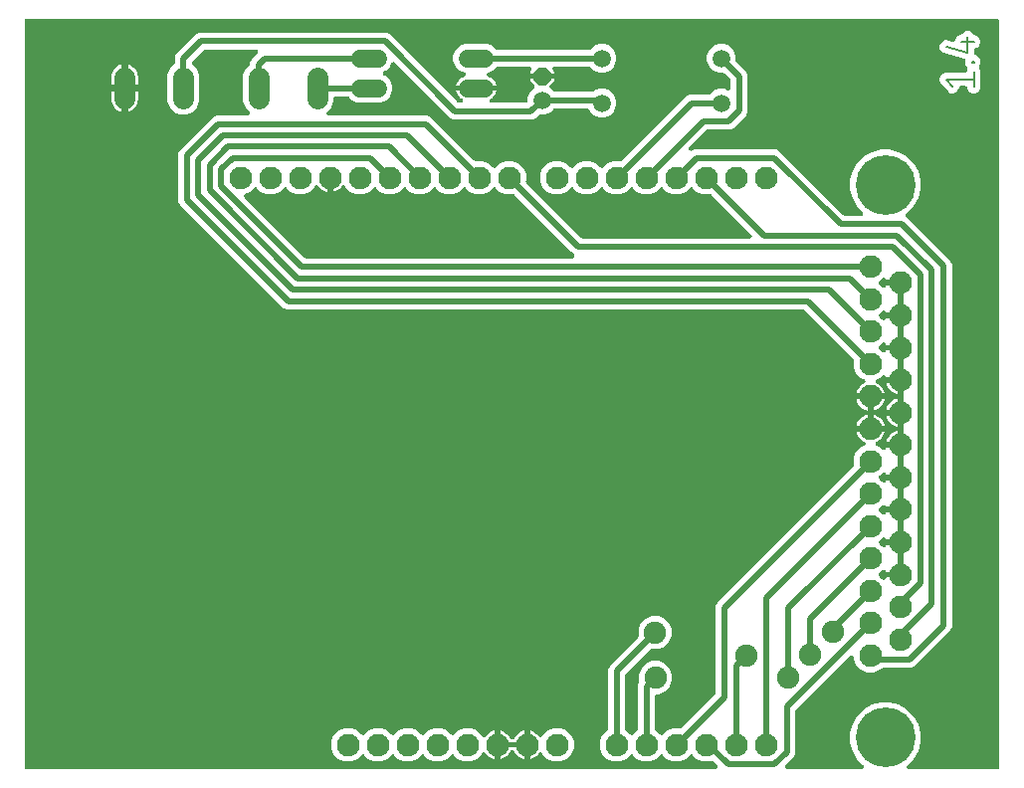
<source format=gbr>
G04 EAGLE Gerber X2 export*
%TF.Part,Single*%
%TF.FileFunction,Copper,L2,Bot,Mixed*%
%TF.FilePolarity,Positive*%
%TF.GenerationSoftware,Autodesk,EAGLE,9.6.2*%
%TF.CreationDate,2020-09-24T16:39:13Z*%
G75*
%MOMM*%
%FSLAX34Y34*%
%LPD*%
%INBottom Copper*%
%AMOC8*
5,1,8,0,0,1.08239X$1,22.5*%
G01*
%ADD10C,0.203200*%
%ADD11C,1.930400*%
%ADD12C,5.080000*%
%ADD13C,1.790700*%
%ADD14C,1.500000*%
%ADD15P,1.623585X8X112.500000*%
%ADD16C,1.500000*%
%ADD17C,0.508000*%
%ADD18C,1.900000*%

G36*
X-81240Y4574D02*
X-81240Y4574D01*
X-81249Y4573D01*
X-81441Y4594D01*
X-81632Y4613D01*
X-81641Y4615D01*
X-81650Y4616D01*
X-81832Y4674D01*
X-82017Y4731D01*
X-82025Y4735D01*
X-82033Y4738D01*
X-82202Y4831D01*
X-82371Y4923D01*
X-82378Y4928D01*
X-82386Y4933D01*
X-82533Y5057D01*
X-82680Y5180D01*
X-82686Y5187D01*
X-82693Y5193D01*
X-82812Y5344D01*
X-82933Y5494D01*
X-82937Y5502D01*
X-82942Y5509D01*
X-83030Y5682D01*
X-83118Y5851D01*
X-83121Y5860D01*
X-83125Y5868D01*
X-83177Y6054D01*
X-83230Y6238D01*
X-83230Y6247D01*
X-83233Y6256D01*
X-83247Y6449D01*
X-83262Y6640D01*
X-83261Y6648D01*
X-83262Y6657D01*
X-83238Y6850D01*
X-83216Y7039D01*
X-83213Y7048D01*
X-83212Y7057D01*
X-83150Y7240D01*
X-83091Y7422D01*
X-83086Y7430D01*
X-83083Y7438D01*
X-82987Y7605D01*
X-82893Y7773D01*
X-82887Y7780D01*
X-82883Y7787D01*
X-82668Y8040D01*
X-77616Y13092D01*
X-73670Y19927D01*
X-71627Y27550D01*
X-71627Y35442D01*
X-73670Y43065D01*
X-77616Y49900D01*
X-83196Y55480D01*
X-90031Y59426D01*
X-97654Y61469D01*
X-105546Y61469D01*
X-113169Y59426D01*
X-120004Y55480D01*
X-125584Y49900D01*
X-129530Y43065D01*
X-131573Y35442D01*
X-131573Y27550D01*
X-129530Y19927D01*
X-125584Y13092D01*
X-120532Y8040D01*
X-120526Y8033D01*
X-120520Y8028D01*
X-120399Y7878D01*
X-120277Y7729D01*
X-120273Y7721D01*
X-120267Y7714D01*
X-120179Y7544D01*
X-120088Y7373D01*
X-120086Y7364D01*
X-120082Y7357D01*
X-120029Y7172D01*
X-119974Y6987D01*
X-119973Y6978D01*
X-119970Y6970D01*
X-119955Y6778D01*
X-119937Y6586D01*
X-119938Y6577D01*
X-119938Y6568D01*
X-119960Y6379D01*
X-119981Y6186D01*
X-119983Y6177D01*
X-119984Y6169D01*
X-120044Y5987D01*
X-120102Y5802D01*
X-120106Y5794D01*
X-120109Y5786D01*
X-120204Y5617D01*
X-120297Y5450D01*
X-120303Y5443D01*
X-120307Y5435D01*
X-120433Y5289D01*
X-120557Y5143D01*
X-120565Y5137D01*
X-120570Y5130D01*
X-120722Y5013D01*
X-120873Y4893D01*
X-120881Y4889D01*
X-120888Y4884D01*
X-121061Y4798D01*
X-121232Y4711D01*
X-121241Y4708D01*
X-121249Y4704D01*
X-121435Y4654D01*
X-121620Y4603D01*
X-121629Y4602D01*
X-121638Y4600D01*
X-121968Y4573D01*
X-184934Y4573D01*
X-184943Y4574D01*
X-184952Y4573D01*
X-185144Y4594D01*
X-185335Y4613D01*
X-185344Y4615D01*
X-185353Y4616D01*
X-185535Y4674D01*
X-185720Y4731D01*
X-185728Y4735D01*
X-185736Y4738D01*
X-185905Y4831D01*
X-186074Y4923D01*
X-186081Y4928D01*
X-186089Y4933D01*
X-186236Y5057D01*
X-186383Y5180D01*
X-186389Y5187D01*
X-186396Y5193D01*
X-186515Y5344D01*
X-186636Y5494D01*
X-186640Y5502D01*
X-186645Y5509D01*
X-186733Y5682D01*
X-186821Y5851D01*
X-186824Y5860D01*
X-186828Y5868D01*
X-186880Y6054D01*
X-186933Y6238D01*
X-186933Y6247D01*
X-186936Y6256D01*
X-186950Y6449D01*
X-186965Y6640D01*
X-186964Y6648D01*
X-186965Y6657D01*
X-186941Y6850D01*
X-186919Y7039D01*
X-186916Y7048D01*
X-186915Y7057D01*
X-186853Y7240D01*
X-186794Y7422D01*
X-186789Y7430D01*
X-186786Y7438D01*
X-186690Y7605D01*
X-186596Y7773D01*
X-186590Y7780D01*
X-186585Y7787D01*
X-186371Y8040D01*
X-181677Y12734D01*
X-179390Y15021D01*
X-178307Y17635D01*
X-178307Y53870D01*
X-178305Y53897D01*
X-178307Y53924D01*
X-178285Y54098D01*
X-178267Y54271D01*
X-178260Y54297D01*
X-178256Y54323D01*
X-178201Y54489D01*
X-178149Y54656D01*
X-178136Y54680D01*
X-178128Y54705D01*
X-178041Y54857D01*
X-177957Y55010D01*
X-177940Y55030D01*
X-177927Y55054D01*
X-177712Y55307D01*
X-131992Y101027D01*
X-131985Y101032D01*
X-131980Y101039D01*
X-131830Y101160D01*
X-131681Y101282D01*
X-131673Y101286D01*
X-131666Y101292D01*
X-131495Y101381D01*
X-131325Y101470D01*
X-131317Y101473D01*
X-131309Y101477D01*
X-131123Y101530D01*
X-130939Y101585D01*
X-130930Y101586D01*
X-130922Y101589D01*
X-130730Y101604D01*
X-130538Y101622D01*
X-130529Y101621D01*
X-130520Y101621D01*
X-130331Y101599D01*
X-130138Y101578D01*
X-130129Y101576D01*
X-130121Y101575D01*
X-129938Y101515D01*
X-129754Y101457D01*
X-129746Y101452D01*
X-129738Y101450D01*
X-129569Y101355D01*
X-129402Y101262D01*
X-129395Y101256D01*
X-129387Y101252D01*
X-129241Y101126D01*
X-129095Y101001D01*
X-129089Y100994D01*
X-129082Y100989D01*
X-128965Y100837D01*
X-128845Y100686D01*
X-128841Y100678D01*
X-128836Y100671D01*
X-128750Y100498D01*
X-128663Y100327D01*
X-128660Y100318D01*
X-128656Y100310D01*
X-128606Y100124D01*
X-128555Y99939D01*
X-128554Y99930D01*
X-128552Y99921D01*
X-128525Y99590D01*
X-128525Y98262D01*
X-126359Y93034D01*
X-122358Y89033D01*
X-117130Y86867D01*
X-111470Y86867D01*
X-106242Y89033D01*
X-105193Y90082D01*
X-105172Y90099D01*
X-105155Y90120D01*
X-105016Y90227D01*
X-104881Y90337D01*
X-104858Y90350D01*
X-104837Y90366D01*
X-104680Y90444D01*
X-104526Y90526D01*
X-104500Y90534D01*
X-104476Y90546D01*
X-104307Y90591D01*
X-104140Y90641D01*
X-104113Y90643D01*
X-104087Y90650D01*
X-103757Y90677D01*
X-79865Y90677D01*
X-77251Y91760D01*
X-46040Y122971D01*
X-44957Y125585D01*
X-44957Y434185D01*
X-46040Y436799D01*
X-81360Y472119D01*
X-83838Y474597D01*
X-83890Y474660D01*
X-83949Y474717D01*
X-84017Y474816D01*
X-84093Y474908D01*
X-84132Y474981D01*
X-84178Y475049D01*
X-84226Y475158D01*
X-84282Y475264D01*
X-84305Y475343D01*
X-84338Y475418D01*
X-84362Y475535D01*
X-84396Y475650D01*
X-84404Y475732D01*
X-84421Y475812D01*
X-84422Y475932D01*
X-84433Y476051D01*
X-84424Y476133D01*
X-84425Y476215D01*
X-84402Y476332D01*
X-84389Y476451D01*
X-84365Y476530D01*
X-84349Y476610D01*
X-84304Y476721D01*
X-84268Y476835D01*
X-84228Y476907D01*
X-84197Y476983D01*
X-84131Y477083D01*
X-84073Y477187D01*
X-84020Y477250D01*
X-83975Y477319D01*
X-83890Y477403D01*
X-83813Y477494D01*
X-83748Y477545D01*
X-83690Y477603D01*
X-83565Y477690D01*
X-83497Y477744D01*
X-83461Y477762D01*
X-83417Y477792D01*
X-83196Y477920D01*
X-77616Y483500D01*
X-73670Y490335D01*
X-71627Y497958D01*
X-71627Y505850D01*
X-73670Y513473D01*
X-77616Y520308D01*
X-83196Y525888D01*
X-90031Y529834D01*
X-97654Y531877D01*
X-105546Y531877D01*
X-113169Y529834D01*
X-120004Y525888D01*
X-125584Y520308D01*
X-129530Y513473D01*
X-131573Y505850D01*
X-131573Y497958D01*
X-129530Y490335D01*
X-125584Y483500D01*
X-121040Y478956D01*
X-121034Y478949D01*
X-121028Y478944D01*
X-120907Y478794D01*
X-120785Y478645D01*
X-120781Y478637D01*
X-120775Y478630D01*
X-120687Y478460D01*
X-120596Y478289D01*
X-120594Y478280D01*
X-120590Y478273D01*
X-120537Y478088D01*
X-120482Y477903D01*
X-120481Y477894D01*
X-120478Y477886D01*
X-120463Y477694D01*
X-120445Y477502D01*
X-120446Y477493D01*
X-120446Y477484D01*
X-120468Y477295D01*
X-120489Y477102D01*
X-120491Y477093D01*
X-120492Y477085D01*
X-120552Y476903D01*
X-120610Y476718D01*
X-120614Y476710D01*
X-120617Y476702D01*
X-120712Y476533D01*
X-120805Y476366D01*
X-120811Y476359D01*
X-120815Y476351D01*
X-120941Y476205D01*
X-121065Y476059D01*
X-121073Y476053D01*
X-121078Y476046D01*
X-121230Y475929D01*
X-121381Y475809D01*
X-121389Y475805D01*
X-121396Y475800D01*
X-121569Y475714D01*
X-121740Y475627D01*
X-121749Y475624D01*
X-121757Y475620D01*
X-121943Y475570D01*
X-122128Y475519D01*
X-122137Y475518D01*
X-122146Y475516D01*
X-122476Y475489D01*
X-136080Y475489D01*
X-136107Y475491D01*
X-136134Y475489D01*
X-136308Y475511D01*
X-136481Y475529D01*
X-136507Y475536D01*
X-136533Y475540D01*
X-136699Y475595D01*
X-136866Y475647D01*
X-136890Y475660D01*
X-136915Y475668D01*
X-137067Y475755D01*
X-137220Y475839D01*
X-137241Y475856D01*
X-137264Y475869D01*
X-137517Y476084D01*
X-192227Y530794D01*
X-192301Y530824D01*
X-192301Y530825D01*
X-194841Y531877D01*
X-264051Y531877D01*
X-266248Y530967D01*
X-266252Y530965D01*
X-266256Y530963D01*
X-266441Y530908D01*
X-266633Y530850D01*
X-266638Y530850D01*
X-266642Y530849D01*
X-266840Y530831D01*
X-267034Y530812D01*
X-267038Y530813D01*
X-267043Y530812D01*
X-267242Y530834D01*
X-267434Y530854D01*
X-267439Y530855D01*
X-267443Y530856D01*
X-267634Y530916D01*
X-267819Y530974D01*
X-267823Y530976D01*
X-267827Y530977D01*
X-267999Y531072D01*
X-268172Y531167D01*
X-268176Y531170D01*
X-268179Y531172D01*
X-268327Y531297D01*
X-268480Y531426D01*
X-268483Y531429D01*
X-268486Y531432D01*
X-268608Y531586D01*
X-268731Y531741D01*
X-268733Y531745D01*
X-268736Y531748D01*
X-268825Y531924D01*
X-268915Y532099D01*
X-268916Y532103D01*
X-268918Y532107D01*
X-268972Y532299D01*
X-269025Y532486D01*
X-269025Y532491D01*
X-269026Y532495D01*
X-269041Y532696D01*
X-269056Y532888D01*
X-269055Y532892D01*
X-269056Y532897D01*
X-269031Y533094D01*
X-269007Y533287D01*
X-269006Y533292D01*
X-269005Y533296D01*
X-268944Y533480D01*
X-268881Y533670D01*
X-268878Y533674D01*
X-268877Y533678D01*
X-268779Y533848D01*
X-268681Y534019D01*
X-268678Y534023D01*
X-268676Y534027D01*
X-268461Y534280D01*
X-254189Y548552D01*
X-254168Y548569D01*
X-254151Y548590D01*
X-254013Y548697D01*
X-253877Y548807D01*
X-253854Y548820D01*
X-253832Y548836D01*
X-253676Y548914D01*
X-253522Y548996D01*
X-253496Y549004D01*
X-253472Y549016D01*
X-253303Y549061D01*
X-253136Y549111D01*
X-253109Y549113D01*
X-253083Y549120D01*
X-252752Y549147D01*
X-233535Y549147D01*
X-230921Y550230D01*
X-220030Y561121D01*
X-218947Y563735D01*
X-218947Y595775D01*
X-220030Y598389D01*
X-228632Y606991D01*
X-228649Y607012D01*
X-228670Y607029D01*
X-228777Y607167D01*
X-228887Y607303D01*
X-228900Y607326D01*
X-228916Y607348D01*
X-228994Y607504D01*
X-229076Y607658D01*
X-229084Y607684D01*
X-229096Y607708D01*
X-229141Y607877D01*
X-229191Y608044D01*
X-229193Y608071D01*
X-229200Y608097D01*
X-229227Y608428D01*
X-229227Y612001D01*
X-231065Y616439D01*
X-234461Y619835D01*
X-238899Y621673D01*
X-243701Y621673D01*
X-248139Y619835D01*
X-251535Y616439D01*
X-253373Y612001D01*
X-253373Y607199D01*
X-251535Y602761D01*
X-248139Y599365D01*
X-243701Y597527D01*
X-240128Y597527D01*
X-240101Y597525D01*
X-240074Y597527D01*
X-239900Y597505D01*
X-239727Y597487D01*
X-239701Y597480D01*
X-239675Y597476D01*
X-239509Y597421D01*
X-239342Y597369D01*
X-239318Y597356D01*
X-239293Y597348D01*
X-239141Y597261D01*
X-238988Y597177D01*
X-238968Y597160D01*
X-238944Y597147D01*
X-238691Y596932D01*
X-233768Y592009D01*
X-233751Y591988D01*
X-233730Y591971D01*
X-233623Y591833D01*
X-233513Y591697D01*
X-233500Y591674D01*
X-233484Y591652D01*
X-233406Y591496D01*
X-233324Y591342D01*
X-233316Y591316D01*
X-233304Y591292D01*
X-233259Y591123D01*
X-233209Y590956D01*
X-233207Y590929D01*
X-233200Y590903D01*
X-233173Y590572D01*
X-233173Y584241D01*
X-233174Y584228D01*
X-233173Y584214D01*
X-233194Y584028D01*
X-233213Y583840D01*
X-233217Y583828D01*
X-233218Y583814D01*
X-233276Y583635D01*
X-233331Y583455D01*
X-233337Y583444D01*
X-233341Y583431D01*
X-233433Y583266D01*
X-233523Y583101D01*
X-233531Y583091D01*
X-233538Y583079D01*
X-233660Y582936D01*
X-233780Y582792D01*
X-233791Y582784D01*
X-233799Y582774D01*
X-233948Y582657D01*
X-234094Y582540D01*
X-234106Y582534D01*
X-234116Y582525D01*
X-234285Y582441D01*
X-234451Y582354D01*
X-234464Y582351D01*
X-234476Y582345D01*
X-234657Y582295D01*
X-234838Y582243D01*
X-234852Y582242D01*
X-234865Y582238D01*
X-235053Y582225D01*
X-235240Y582210D01*
X-235253Y582212D01*
X-235266Y582211D01*
X-235454Y582235D01*
X-235639Y582257D01*
X-235652Y582261D01*
X-235665Y582263D01*
X-235981Y582364D01*
X-238899Y583573D01*
X-243701Y583573D01*
X-248139Y581735D01*
X-250666Y579208D01*
X-250686Y579191D01*
X-250704Y579170D01*
X-250842Y579063D01*
X-250977Y578953D01*
X-251001Y578940D01*
X-251022Y578924D01*
X-251179Y578846D01*
X-251333Y578764D01*
X-251358Y578756D01*
X-251383Y578744D01*
X-251552Y578699D01*
X-251719Y578649D01*
X-251745Y578647D01*
X-251771Y578640D01*
X-252102Y578613D01*
X-268115Y578613D01*
X-270729Y577530D01*
X-273016Y575243D01*
X-325466Y522793D01*
X-325483Y522779D01*
X-325498Y522761D01*
X-325639Y522651D01*
X-325777Y522538D01*
X-325797Y522527D01*
X-325815Y522513D01*
X-325976Y522433D01*
X-326133Y522349D01*
X-326155Y522343D01*
X-326175Y522333D01*
X-326348Y522285D01*
X-326519Y522235D01*
X-326542Y522232D01*
X-326564Y522227D01*
X-326742Y522214D01*
X-326920Y522198D01*
X-326943Y522201D01*
X-326965Y522199D01*
X-327142Y522222D01*
X-327165Y522225D01*
X-333030Y522225D01*
X-338258Y520059D01*
X-341464Y516853D01*
X-341477Y516842D01*
X-341489Y516828D01*
X-341633Y516714D01*
X-341775Y516598D01*
X-341791Y516590D01*
X-341805Y516579D01*
X-341969Y516495D01*
X-342131Y516409D01*
X-342148Y516404D01*
X-342164Y516396D01*
X-342341Y516347D01*
X-342517Y516295D01*
X-342535Y516293D01*
X-342552Y516288D01*
X-342735Y516275D01*
X-342918Y516258D01*
X-342936Y516260D01*
X-342953Y516259D01*
X-343135Y516282D01*
X-343318Y516302D01*
X-343335Y516307D01*
X-343353Y516309D01*
X-343526Y516368D01*
X-343702Y516423D01*
X-343718Y516432D01*
X-343734Y516438D01*
X-343894Y516529D01*
X-344054Y516618D01*
X-344068Y516629D01*
X-344083Y516638D01*
X-344336Y516853D01*
X-347542Y520059D01*
X-352770Y522225D01*
X-358430Y522225D01*
X-363658Y520059D01*
X-366864Y516853D01*
X-366877Y516842D01*
X-366889Y516828D01*
X-367033Y516714D01*
X-367175Y516598D01*
X-367191Y516590D01*
X-367205Y516579D01*
X-367369Y516495D01*
X-367531Y516409D01*
X-367548Y516404D01*
X-367564Y516396D01*
X-367741Y516347D01*
X-367917Y516295D01*
X-367935Y516293D01*
X-367952Y516288D01*
X-368135Y516275D01*
X-368318Y516258D01*
X-368336Y516260D01*
X-368353Y516259D01*
X-368535Y516282D01*
X-368718Y516302D01*
X-368735Y516307D01*
X-368753Y516309D01*
X-368926Y516368D01*
X-369102Y516423D01*
X-369118Y516432D01*
X-369134Y516438D01*
X-369294Y516529D01*
X-369454Y516618D01*
X-369468Y516629D01*
X-369483Y516638D01*
X-369736Y516853D01*
X-372942Y520059D01*
X-378170Y522225D01*
X-383830Y522225D01*
X-389058Y520059D01*
X-393059Y516058D01*
X-395225Y510830D01*
X-395225Y505170D01*
X-393059Y499942D01*
X-389058Y495941D01*
X-383830Y493775D01*
X-378170Y493775D01*
X-372942Y495941D01*
X-369736Y499147D01*
X-369722Y499158D01*
X-369711Y499172D01*
X-369567Y499285D01*
X-369425Y499402D01*
X-369409Y499410D01*
X-369395Y499421D01*
X-369231Y499505D01*
X-369069Y499591D01*
X-369052Y499596D01*
X-369036Y499604D01*
X-368859Y499653D01*
X-368683Y499705D01*
X-368665Y499707D01*
X-368648Y499712D01*
X-368465Y499725D01*
X-368282Y499742D01*
X-368264Y499740D01*
X-368247Y499741D01*
X-368065Y499718D01*
X-367882Y499698D01*
X-367865Y499693D01*
X-367847Y499691D01*
X-367673Y499632D01*
X-367498Y499577D01*
X-367482Y499568D01*
X-367466Y499562D01*
X-367306Y499471D01*
X-367146Y499382D01*
X-367132Y499371D01*
X-367117Y499362D01*
X-366864Y499147D01*
X-363658Y495941D01*
X-358430Y493775D01*
X-352770Y493775D01*
X-347542Y495941D01*
X-344336Y499147D01*
X-344322Y499158D01*
X-344311Y499172D01*
X-344167Y499285D01*
X-344025Y499402D01*
X-344009Y499410D01*
X-343995Y499421D01*
X-343831Y499505D01*
X-343669Y499591D01*
X-343652Y499596D01*
X-343636Y499604D01*
X-343459Y499653D01*
X-343283Y499705D01*
X-343265Y499707D01*
X-343248Y499712D01*
X-343065Y499725D01*
X-342882Y499742D01*
X-342864Y499740D01*
X-342847Y499741D01*
X-342665Y499718D01*
X-342482Y499698D01*
X-342465Y499693D01*
X-342447Y499691D01*
X-342273Y499632D01*
X-342098Y499577D01*
X-342082Y499568D01*
X-342066Y499562D01*
X-341906Y499471D01*
X-341746Y499382D01*
X-341732Y499371D01*
X-341717Y499362D01*
X-341464Y499147D01*
X-338258Y495941D01*
X-333030Y493775D01*
X-327370Y493775D01*
X-322142Y495941D01*
X-318936Y499147D01*
X-318922Y499158D01*
X-318911Y499172D01*
X-318767Y499285D01*
X-318625Y499402D01*
X-318609Y499410D01*
X-318595Y499421D01*
X-318431Y499505D01*
X-318269Y499591D01*
X-318252Y499596D01*
X-318236Y499604D01*
X-318059Y499653D01*
X-317883Y499705D01*
X-317865Y499707D01*
X-317848Y499712D01*
X-317665Y499725D01*
X-317482Y499742D01*
X-317464Y499740D01*
X-317447Y499741D01*
X-317265Y499718D01*
X-317082Y499698D01*
X-317065Y499693D01*
X-317047Y499691D01*
X-316873Y499632D01*
X-316698Y499577D01*
X-316682Y499568D01*
X-316666Y499562D01*
X-316506Y499471D01*
X-316346Y499382D01*
X-316332Y499371D01*
X-316317Y499362D01*
X-316064Y499147D01*
X-312858Y495941D01*
X-307630Y493775D01*
X-301970Y493775D01*
X-296742Y495941D01*
X-293536Y499147D01*
X-293523Y499158D01*
X-293511Y499172D01*
X-293367Y499286D01*
X-293225Y499402D01*
X-293209Y499410D01*
X-293195Y499421D01*
X-293031Y499505D01*
X-292869Y499591D01*
X-292852Y499596D01*
X-292836Y499604D01*
X-292659Y499653D01*
X-292483Y499705D01*
X-292465Y499707D01*
X-292448Y499712D01*
X-292265Y499725D01*
X-292082Y499742D01*
X-292064Y499740D01*
X-292047Y499741D01*
X-291865Y499718D01*
X-291682Y499698D01*
X-291665Y499693D01*
X-291647Y499691D01*
X-291474Y499632D01*
X-291298Y499577D01*
X-291282Y499568D01*
X-291266Y499562D01*
X-291106Y499471D01*
X-290946Y499382D01*
X-290932Y499371D01*
X-290917Y499362D01*
X-290664Y499147D01*
X-287458Y495941D01*
X-282230Y493775D01*
X-276570Y493775D01*
X-271342Y495941D01*
X-268136Y499147D01*
X-268123Y499158D01*
X-268111Y499172D01*
X-267967Y499286D01*
X-267825Y499402D01*
X-267809Y499410D01*
X-267795Y499421D01*
X-267631Y499505D01*
X-267469Y499591D01*
X-267452Y499596D01*
X-267436Y499604D01*
X-267259Y499653D01*
X-267083Y499705D01*
X-267065Y499707D01*
X-267048Y499712D01*
X-266865Y499725D01*
X-266682Y499742D01*
X-266664Y499740D01*
X-266647Y499741D01*
X-266465Y499718D01*
X-266282Y499698D01*
X-266265Y499693D01*
X-266247Y499691D01*
X-266074Y499632D01*
X-265898Y499577D01*
X-265882Y499568D01*
X-265866Y499562D01*
X-265706Y499471D01*
X-265546Y499382D01*
X-265532Y499371D01*
X-265517Y499362D01*
X-265264Y499147D01*
X-262058Y495941D01*
X-256830Y493775D01*
X-251004Y493775D01*
X-250872Y493785D01*
X-250694Y493802D01*
X-250672Y493800D01*
X-250649Y493801D01*
X-250471Y493779D01*
X-250294Y493760D01*
X-250272Y493754D01*
X-250249Y493751D01*
X-250080Y493694D01*
X-249909Y493641D01*
X-249889Y493630D01*
X-249868Y493623D01*
X-249713Y493533D01*
X-249556Y493448D01*
X-249539Y493433D01*
X-249519Y493422D01*
X-249266Y493207D01*
X-215711Y459652D01*
X-215706Y459645D01*
X-215699Y459640D01*
X-215578Y459490D01*
X-215456Y459341D01*
X-215452Y459333D01*
X-215446Y459326D01*
X-215357Y459155D01*
X-215268Y458985D01*
X-215265Y458977D01*
X-215261Y458969D01*
X-215208Y458783D01*
X-215153Y458599D01*
X-215152Y458590D01*
X-215149Y458582D01*
X-215134Y458390D01*
X-215116Y458198D01*
X-215117Y458189D01*
X-215117Y458180D01*
X-215139Y457991D01*
X-215160Y457798D01*
X-215162Y457789D01*
X-215163Y457781D01*
X-215223Y457599D01*
X-215281Y457414D01*
X-215286Y457406D01*
X-215288Y457398D01*
X-215383Y457229D01*
X-215476Y457062D01*
X-215482Y457055D01*
X-215486Y457047D01*
X-215612Y456901D01*
X-215737Y456755D01*
X-215744Y456749D01*
X-215749Y456742D01*
X-215901Y456625D01*
X-216052Y456505D01*
X-216060Y456501D01*
X-216067Y456496D01*
X-216240Y456410D01*
X-216411Y456323D01*
X-216420Y456320D01*
X-216428Y456316D01*
X-216614Y456266D01*
X-216799Y456215D01*
X-216808Y456214D01*
X-216817Y456212D01*
X-217148Y456185D01*
X-358924Y456185D01*
X-358951Y456187D01*
X-358978Y456185D01*
X-359152Y456207D01*
X-359325Y456225D01*
X-359351Y456232D01*
X-359377Y456236D01*
X-359543Y456291D01*
X-359710Y456343D01*
X-359734Y456356D01*
X-359759Y456364D01*
X-359911Y456451D01*
X-360064Y456535D01*
X-360084Y456552D01*
X-360108Y456565D01*
X-360361Y456780D01*
X-406847Y503266D01*
X-406861Y503283D01*
X-406879Y503298D01*
X-406989Y503439D01*
X-407102Y503577D01*
X-407113Y503597D01*
X-407127Y503615D01*
X-407207Y503776D01*
X-407291Y503933D01*
X-407297Y503955D01*
X-407307Y503975D01*
X-407355Y504148D01*
X-407405Y504319D01*
X-407408Y504342D01*
X-407413Y504364D01*
X-407426Y504542D01*
X-407442Y504720D01*
X-407439Y504743D01*
X-407441Y504765D01*
X-407418Y504942D01*
X-407415Y504965D01*
X-407415Y510830D01*
X-409581Y516058D01*
X-413582Y520059D01*
X-418810Y522225D01*
X-424470Y522225D01*
X-429698Y520059D01*
X-432904Y516853D01*
X-432917Y516842D01*
X-432929Y516828D01*
X-433073Y516714D01*
X-433215Y516598D01*
X-433231Y516590D01*
X-433245Y516579D01*
X-433409Y516495D01*
X-433571Y516409D01*
X-433588Y516404D01*
X-433604Y516396D01*
X-433781Y516347D01*
X-433957Y516295D01*
X-433975Y516293D01*
X-433992Y516288D01*
X-434175Y516275D01*
X-434358Y516258D01*
X-434376Y516260D01*
X-434393Y516259D01*
X-434575Y516282D01*
X-434758Y516302D01*
X-434775Y516307D01*
X-434793Y516309D01*
X-434966Y516368D01*
X-435142Y516423D01*
X-435158Y516432D01*
X-435174Y516438D01*
X-435334Y516529D01*
X-435494Y516618D01*
X-435508Y516629D01*
X-435523Y516638D01*
X-435776Y516853D01*
X-438982Y520059D01*
X-444210Y522225D01*
X-450036Y522225D01*
X-450168Y522215D01*
X-450346Y522198D01*
X-450368Y522200D01*
X-450391Y522199D01*
X-450569Y522221D01*
X-450746Y522240D01*
X-450768Y522246D01*
X-450791Y522249D01*
X-450960Y522306D01*
X-451131Y522359D01*
X-451151Y522370D01*
X-451172Y522377D01*
X-451327Y522467D01*
X-451484Y522552D01*
X-451501Y522567D01*
X-451521Y522578D01*
X-451774Y522793D01*
X-486444Y557463D01*
X-488731Y559750D01*
X-491345Y560833D01*
X-574981Y560833D01*
X-574990Y560834D01*
X-574999Y560833D01*
X-575191Y560854D01*
X-575382Y560873D01*
X-575390Y560875D01*
X-575399Y560876D01*
X-575581Y560934D01*
X-575766Y560991D01*
X-575774Y560995D01*
X-575783Y560998D01*
X-575951Y561091D01*
X-576120Y561183D01*
X-576127Y561188D01*
X-576135Y561193D01*
X-576281Y561316D01*
X-576430Y561440D01*
X-576435Y561447D01*
X-576442Y561453D01*
X-576561Y561604D01*
X-576682Y561754D01*
X-576686Y561762D01*
X-576692Y561769D01*
X-576780Y561942D01*
X-576868Y562111D01*
X-576870Y562120D01*
X-576874Y562128D01*
X-576926Y562313D01*
X-576979Y562498D01*
X-576980Y562507D01*
X-576982Y562516D01*
X-576996Y562709D01*
X-577012Y562900D01*
X-577011Y562908D01*
X-577011Y562917D01*
X-576987Y563110D01*
X-576965Y563299D01*
X-576962Y563308D01*
X-576961Y563317D01*
X-576900Y563500D01*
X-576840Y563682D01*
X-576836Y563690D01*
X-576833Y563698D01*
X-576737Y563865D01*
X-576642Y564033D01*
X-576636Y564040D01*
X-576632Y564047D01*
X-576417Y564300D01*
X-573133Y567585D01*
X-571074Y572556D01*
X-571074Y575056D01*
X-571072Y575074D01*
X-571073Y575092D01*
X-571052Y575274D01*
X-571034Y575457D01*
X-571029Y575474D01*
X-571027Y575491D01*
X-570970Y575665D01*
X-570916Y575842D01*
X-570907Y575857D01*
X-570902Y575874D01*
X-570811Y576034D01*
X-570724Y576196D01*
X-570713Y576209D01*
X-570704Y576225D01*
X-570584Y576364D01*
X-570466Y576505D01*
X-570452Y576516D01*
X-570441Y576530D01*
X-570296Y576642D01*
X-570152Y576757D01*
X-570137Y576765D01*
X-570123Y576776D01*
X-569958Y576858D01*
X-569795Y576943D01*
X-569778Y576948D01*
X-569762Y576956D01*
X-569584Y577003D01*
X-569408Y577054D01*
X-569390Y577056D01*
X-569373Y577060D01*
X-569043Y577087D01*
X-559202Y577087D01*
X-559176Y577085D01*
X-559149Y577087D01*
X-558975Y577065D01*
X-558801Y577047D01*
X-558776Y577040D01*
X-558749Y577036D01*
X-558584Y576981D01*
X-558417Y576929D01*
X-558393Y576916D01*
X-558368Y576908D01*
X-558216Y576821D01*
X-558063Y576737D01*
X-558042Y576720D01*
X-558019Y576707D01*
X-557766Y576492D01*
X-555239Y573965D01*
X-553306Y573165D01*
X-550801Y572127D01*
X-530999Y572127D01*
X-526561Y573965D01*
X-523165Y577361D01*
X-521327Y581799D01*
X-521327Y586601D01*
X-523165Y591039D01*
X-526561Y594435D01*
X-527982Y595023D01*
X-527990Y595028D01*
X-527999Y595030D01*
X-528166Y595122D01*
X-528337Y595214D01*
X-528344Y595219D01*
X-528352Y595224D01*
X-528499Y595347D01*
X-528648Y595470D01*
X-528653Y595477D01*
X-528660Y595483D01*
X-528780Y595633D01*
X-528901Y595783D01*
X-528905Y595791D01*
X-528911Y595797D01*
X-528999Y595968D01*
X-529088Y596139D01*
X-529091Y596148D01*
X-529095Y596156D01*
X-529147Y596339D01*
X-529201Y596525D01*
X-529202Y596535D01*
X-529205Y596543D01*
X-529219Y596733D01*
X-529236Y596927D01*
X-529235Y596936D01*
X-529236Y596944D01*
X-529213Y597134D01*
X-529191Y597327D01*
X-529188Y597335D01*
X-529187Y597344D01*
X-529127Y597526D01*
X-529068Y597710D01*
X-529063Y597718D01*
X-529061Y597726D01*
X-528965Y597894D01*
X-528871Y598061D01*
X-528866Y598068D01*
X-528861Y598076D01*
X-528735Y598221D01*
X-528610Y598367D01*
X-528603Y598373D01*
X-528597Y598380D01*
X-528443Y598497D01*
X-528293Y598616D01*
X-528285Y598620D01*
X-528278Y598625D01*
X-527982Y598777D01*
X-526561Y599365D01*
X-523165Y602761D01*
X-522217Y605051D01*
X-522211Y605062D01*
X-522207Y605075D01*
X-522116Y605239D01*
X-522027Y605405D01*
X-522018Y605416D01*
X-522012Y605428D01*
X-521891Y605570D01*
X-521770Y605716D01*
X-521760Y605724D01*
X-521751Y605735D01*
X-521604Y605851D01*
X-521458Y605970D01*
X-521446Y605976D01*
X-521435Y605984D01*
X-521268Y606069D01*
X-521101Y606157D01*
X-521088Y606160D01*
X-521076Y606166D01*
X-520895Y606217D01*
X-520715Y606270D01*
X-520702Y606271D01*
X-520689Y606274D01*
X-520500Y606288D01*
X-520314Y606304D01*
X-520301Y606303D01*
X-520287Y606304D01*
X-520100Y606280D01*
X-519914Y606259D01*
X-519901Y606255D01*
X-519888Y606253D01*
X-519710Y606194D01*
X-519530Y606136D01*
X-519519Y606129D01*
X-519506Y606125D01*
X-519343Y606031D01*
X-519179Y605940D01*
X-519169Y605931D01*
X-519157Y605924D01*
X-518904Y605710D01*
X-471673Y558478D01*
X-469058Y557395D01*
X-401817Y557395D01*
X-399203Y558478D01*
X-396309Y561372D01*
X-396288Y561389D01*
X-396271Y561410D01*
X-396133Y561517D01*
X-395997Y561627D01*
X-395974Y561640D01*
X-395952Y561656D01*
X-395796Y561734D01*
X-395642Y561816D01*
X-395616Y561824D01*
X-395592Y561836D01*
X-395423Y561881D01*
X-395256Y561931D01*
X-395229Y561933D01*
X-395203Y561940D01*
X-394872Y561967D01*
X-391299Y561967D01*
X-386861Y563805D01*
X-384334Y566332D01*
X-384314Y566349D01*
X-384296Y566370D01*
X-384158Y566477D01*
X-384023Y566587D01*
X-383999Y566600D01*
X-383978Y566616D01*
X-383821Y566694D01*
X-383667Y566776D01*
X-383641Y566784D01*
X-383617Y566796D01*
X-383448Y566841D01*
X-383281Y566891D01*
X-383255Y566893D01*
X-383229Y566900D01*
X-382898Y566927D01*
X-355431Y566927D01*
X-355408Y566925D01*
X-355386Y566927D01*
X-355209Y566905D01*
X-355030Y566887D01*
X-355009Y566881D01*
X-354986Y566878D01*
X-354817Y566822D01*
X-354645Y566769D01*
X-354625Y566759D01*
X-354604Y566752D01*
X-354449Y566663D01*
X-354291Y566577D01*
X-354274Y566563D01*
X-354254Y566552D01*
X-354120Y566435D01*
X-353982Y566320D01*
X-353968Y566302D01*
X-353951Y566288D01*
X-353842Y566146D01*
X-353729Y566006D01*
X-353719Y565986D01*
X-353706Y565968D01*
X-353554Y565673D01*
X-353135Y564661D01*
X-349739Y561265D01*
X-345301Y559427D01*
X-340499Y559427D01*
X-336061Y561265D01*
X-332665Y564661D01*
X-330827Y569099D01*
X-330827Y573901D01*
X-332665Y578339D01*
X-336061Y581735D01*
X-340499Y583573D01*
X-345301Y583573D01*
X-349744Y581732D01*
X-349746Y581731D01*
X-349764Y581710D01*
X-349902Y581603D01*
X-350037Y581493D01*
X-350061Y581480D01*
X-350082Y581464D01*
X-350239Y581386D01*
X-350393Y581304D01*
X-350418Y581296D01*
X-350443Y581284D01*
X-350612Y581239D01*
X-350779Y581189D01*
X-350805Y581187D01*
X-350831Y581180D01*
X-351162Y581153D01*
X-382898Y581153D01*
X-382925Y581155D01*
X-382951Y581153D01*
X-383125Y581175D01*
X-383299Y581193D01*
X-383324Y581200D01*
X-383351Y581204D01*
X-383516Y581259D01*
X-383683Y581311D01*
X-383707Y581324D01*
X-383732Y581332D01*
X-383884Y581419D01*
X-384038Y581503D01*
X-384058Y581520D01*
X-384081Y581533D01*
X-384334Y581748D01*
X-386787Y584201D01*
X-386799Y584214D01*
X-386812Y584226D01*
X-386926Y584370D01*
X-387042Y584512D01*
X-387051Y584528D01*
X-387062Y584542D01*
X-387145Y584706D01*
X-387231Y584868D01*
X-387236Y584885D01*
X-387244Y584901D01*
X-387293Y585078D01*
X-387346Y585254D01*
X-387347Y585271D01*
X-387352Y585289D01*
X-387365Y585472D01*
X-387382Y585655D01*
X-387380Y585672D01*
X-387381Y585690D01*
X-387358Y585872D01*
X-387339Y586055D01*
X-387333Y586072D01*
X-387331Y586090D01*
X-387273Y586263D01*
X-387217Y586439D01*
X-387208Y586454D01*
X-387203Y586471D01*
X-387111Y586631D01*
X-387022Y586791D01*
X-387011Y586805D01*
X-387002Y586820D01*
X-386787Y587073D01*
X-383659Y590201D01*
X-383659Y592329D01*
X-393700Y592329D01*
X-403741Y592329D01*
X-403741Y590201D01*
X-400613Y587073D01*
X-400601Y587059D01*
X-400588Y587048D01*
X-400474Y586904D01*
X-400358Y586762D01*
X-400349Y586746D01*
X-400338Y586732D01*
X-400255Y586568D01*
X-400169Y586406D01*
X-400164Y586389D01*
X-400156Y586373D01*
X-400107Y586196D01*
X-400054Y586020D01*
X-400053Y586002D01*
X-400048Y585985D01*
X-400035Y585802D01*
X-400018Y585619D01*
X-400020Y585601D01*
X-400019Y585584D01*
X-400042Y585401D01*
X-400061Y585219D01*
X-400067Y585202D01*
X-400069Y585184D01*
X-400127Y585010D01*
X-400183Y584835D01*
X-400192Y584819D01*
X-400197Y584802D01*
X-400289Y584643D01*
X-400378Y584483D01*
X-400389Y584469D01*
X-400398Y584454D01*
X-400613Y584201D01*
X-403935Y580879D01*
X-405773Y576441D01*
X-405773Y573652D01*
X-405775Y573634D01*
X-405773Y573616D01*
X-405794Y573434D01*
X-405813Y573251D01*
X-405818Y573234D01*
X-405820Y573217D01*
X-405877Y573042D01*
X-405931Y572866D01*
X-405939Y572851D01*
X-405945Y572834D01*
X-406035Y572674D01*
X-406123Y572512D01*
X-406134Y572499D01*
X-406143Y572483D01*
X-406263Y572344D01*
X-406380Y572203D01*
X-406394Y572192D01*
X-406406Y572178D01*
X-406552Y572065D01*
X-406694Y571951D01*
X-406710Y571943D01*
X-406724Y571932D01*
X-406889Y571850D01*
X-407051Y571765D01*
X-407068Y571760D01*
X-407084Y571752D01*
X-407263Y571705D01*
X-407438Y571654D01*
X-407456Y571652D01*
X-407473Y571648D01*
X-407804Y571621D01*
X-436311Y571621D01*
X-436437Y571633D01*
X-436563Y571636D01*
X-436636Y571653D01*
X-436711Y571661D01*
X-436832Y571698D01*
X-436956Y571726D01*
X-437024Y571757D01*
X-437096Y571779D01*
X-437207Y571839D01*
X-437323Y571891D01*
X-437384Y571935D01*
X-437450Y571971D01*
X-437547Y572051D01*
X-437650Y572125D01*
X-437702Y572180D01*
X-437760Y572228D01*
X-437839Y572327D01*
X-437925Y572419D01*
X-437965Y572483D01*
X-438012Y572542D01*
X-438070Y572654D01*
X-438137Y572762D01*
X-438163Y572833D01*
X-438198Y572899D01*
X-438232Y573021D01*
X-438276Y573139D01*
X-438288Y573214D01*
X-438309Y573286D01*
X-438319Y573412D01*
X-438339Y573537D01*
X-438336Y573612D01*
X-438342Y573688D01*
X-438327Y573813D01*
X-438322Y573939D01*
X-438304Y574012D01*
X-438295Y574087D01*
X-438256Y574208D01*
X-438226Y574330D01*
X-438193Y574398D01*
X-438170Y574470D01*
X-438108Y574580D01*
X-438054Y574695D01*
X-438009Y574755D01*
X-437972Y574821D01*
X-437890Y574916D01*
X-437814Y575018D01*
X-437758Y575069D01*
X-437709Y575125D01*
X-437609Y575203D01*
X-437515Y575288D01*
X-437441Y575334D01*
X-437391Y575372D01*
X-437325Y575405D01*
X-437233Y575462D01*
X-436937Y575612D01*
X-435659Y576541D01*
X-434541Y577659D01*
X-433612Y578938D01*
X-432895Y580346D01*
X-432407Y581849D01*
X-432356Y582169D01*
X-457200Y582169D01*
X-467044Y582169D01*
X-466993Y581849D01*
X-466505Y580346D01*
X-465788Y578938D01*
X-464859Y577659D01*
X-463741Y576541D01*
X-462463Y575612D01*
X-462167Y575462D01*
X-462061Y575394D01*
X-461950Y575333D01*
X-461892Y575285D01*
X-461828Y575244D01*
X-461737Y575156D01*
X-461640Y575076D01*
X-461593Y575017D01*
X-461539Y574964D01*
X-461467Y574860D01*
X-461388Y574762D01*
X-461353Y574695D01*
X-461310Y574633D01*
X-461261Y574517D01*
X-461202Y574405D01*
X-461182Y574332D01*
X-461152Y574263D01*
X-461126Y574139D01*
X-461091Y574018D01*
X-461085Y573943D01*
X-461069Y573869D01*
X-461069Y573742D01*
X-461058Y573616D01*
X-461067Y573542D01*
X-461066Y573466D01*
X-461090Y573342D01*
X-461105Y573217D01*
X-461128Y573145D01*
X-461143Y573071D01*
X-461191Y572954D01*
X-461230Y572834D01*
X-461267Y572768D01*
X-461296Y572698D01*
X-461366Y572593D01*
X-461428Y572483D01*
X-461477Y572426D01*
X-461519Y572363D01*
X-461608Y572274D01*
X-461691Y572178D01*
X-461750Y572132D01*
X-461804Y572079D01*
X-461909Y572009D01*
X-462009Y571932D01*
X-462077Y571898D01*
X-462139Y571856D01*
X-462256Y571809D01*
X-462370Y571752D01*
X-462442Y571733D01*
X-462512Y571704D01*
X-462636Y571681D01*
X-462758Y571648D01*
X-462846Y571641D01*
X-462908Y571629D01*
X-462981Y571630D01*
X-463089Y571621D01*
X-463856Y571621D01*
X-463882Y571623D01*
X-463909Y571621D01*
X-464083Y571643D01*
X-464257Y571661D01*
X-464282Y571668D01*
X-464309Y571672D01*
X-464474Y571727D01*
X-464641Y571779D01*
X-464665Y571792D01*
X-464690Y571800D01*
X-464842Y571887D01*
X-464995Y571971D01*
X-465016Y571988D01*
X-465039Y572001D01*
X-465292Y572216D01*
X-523318Y630242D01*
X-525933Y631325D01*
X-685303Y631325D01*
X-687917Y630242D01*
X-704930Y613229D01*
X-706013Y610615D01*
X-706013Y606011D01*
X-706015Y605985D01*
X-706013Y605958D01*
X-706035Y605784D01*
X-706053Y605611D01*
X-706060Y605585D01*
X-706064Y605558D01*
X-706119Y605393D01*
X-706171Y605226D01*
X-706184Y605202D01*
X-706192Y605177D01*
X-706279Y605025D01*
X-706363Y604872D01*
X-706380Y604851D01*
X-706393Y604828D01*
X-706608Y604575D01*
X-710367Y600815D01*
X-712426Y595844D01*
X-712426Y572556D01*
X-710367Y567585D01*
X-706562Y563779D01*
X-701591Y561720D01*
X-696209Y561720D01*
X-691238Y563779D01*
X-687433Y567585D01*
X-685374Y572556D01*
X-685374Y595844D01*
X-687433Y600815D01*
X-690893Y604275D01*
X-690904Y604289D01*
X-690918Y604301D01*
X-691032Y604445D01*
X-691148Y604587D01*
X-691156Y604603D01*
X-691167Y604617D01*
X-691251Y604781D01*
X-691337Y604943D01*
X-691342Y604960D01*
X-691350Y604976D01*
X-691399Y605153D01*
X-691451Y605329D01*
X-691453Y605346D01*
X-691458Y605364D01*
X-691471Y605547D01*
X-691488Y605730D01*
X-691486Y605747D01*
X-691487Y605765D01*
X-691464Y605947D01*
X-691444Y606130D01*
X-691439Y606147D01*
X-691437Y606165D01*
X-691378Y606338D01*
X-691323Y606514D01*
X-691314Y606529D01*
X-691309Y606546D01*
X-691217Y606706D01*
X-691128Y606866D01*
X-691117Y606880D01*
X-691108Y606895D01*
X-690893Y607148D01*
X-681537Y616504D01*
X-681516Y616521D01*
X-681499Y616542D01*
X-681361Y616649D01*
X-681225Y616759D01*
X-681202Y616772D01*
X-681180Y616788D01*
X-681024Y616866D01*
X-680870Y616948D01*
X-680844Y616956D01*
X-680820Y616968D01*
X-680651Y617013D01*
X-680484Y617063D01*
X-680457Y617065D01*
X-680431Y617072D01*
X-680100Y617099D01*
X-637384Y617099D01*
X-637375Y617098D01*
X-637366Y617099D01*
X-637172Y617078D01*
X-636983Y617059D01*
X-636974Y617057D01*
X-636965Y617056D01*
X-636781Y616997D01*
X-636598Y616941D01*
X-636590Y616937D01*
X-636582Y616934D01*
X-636413Y616841D01*
X-636244Y616749D01*
X-636237Y616744D01*
X-636229Y616739D01*
X-636082Y616615D01*
X-635935Y616492D01*
X-635929Y616485D01*
X-635922Y616479D01*
X-635803Y616327D01*
X-635682Y616178D01*
X-635678Y616170D01*
X-635673Y616163D01*
X-635585Y615990D01*
X-635497Y615821D01*
X-635494Y615812D01*
X-635490Y615804D01*
X-635438Y615618D01*
X-635385Y615434D01*
X-635385Y615425D01*
X-635382Y615416D01*
X-635368Y615223D01*
X-635353Y615032D01*
X-635354Y615024D01*
X-635353Y615015D01*
X-635377Y614822D01*
X-635399Y614633D01*
X-635402Y614624D01*
X-635403Y614615D01*
X-635465Y614433D01*
X-635524Y614250D01*
X-635529Y614242D01*
X-635532Y614234D01*
X-635628Y614067D01*
X-635722Y613899D01*
X-635728Y613892D01*
X-635733Y613885D01*
X-635947Y613632D01*
X-638743Y610836D01*
X-638744Y610835D01*
X-641030Y608549D01*
X-642113Y605935D01*
X-642113Y605611D01*
X-642115Y605585D01*
X-642113Y605558D01*
X-642135Y605384D01*
X-642153Y605211D01*
X-642160Y605185D01*
X-642164Y605158D01*
X-642219Y604993D01*
X-642271Y604826D01*
X-642284Y604802D01*
X-642292Y604777D01*
X-642379Y604625D01*
X-642463Y604472D01*
X-642480Y604451D01*
X-642493Y604428D01*
X-642708Y604175D01*
X-646067Y600815D01*
X-648126Y595844D01*
X-648126Y572556D01*
X-646067Y567585D01*
X-642783Y564300D01*
X-642777Y564293D01*
X-642770Y564288D01*
X-642650Y564138D01*
X-642528Y563989D01*
X-642524Y563981D01*
X-642518Y563974D01*
X-642429Y563804D01*
X-642339Y563633D01*
X-642337Y563624D01*
X-642332Y563617D01*
X-642279Y563432D01*
X-642224Y563247D01*
X-642223Y563238D01*
X-642221Y563230D01*
X-642205Y563039D01*
X-642188Y562846D01*
X-642189Y562837D01*
X-642188Y562828D01*
X-642210Y562639D01*
X-642231Y562446D01*
X-642234Y562437D01*
X-642235Y562429D01*
X-642294Y562247D01*
X-642353Y562062D01*
X-642357Y562054D01*
X-642360Y562046D01*
X-642455Y561877D01*
X-642548Y561710D01*
X-642553Y561703D01*
X-642558Y561695D01*
X-642684Y561549D01*
X-642808Y561403D01*
X-642815Y561397D01*
X-642821Y561390D01*
X-642972Y561273D01*
X-643124Y561153D01*
X-643132Y561149D01*
X-643139Y561144D01*
X-643311Y561058D01*
X-643483Y560971D01*
X-643492Y560968D01*
X-643500Y560964D01*
X-643686Y560914D01*
X-643871Y560863D01*
X-643880Y560862D01*
X-643888Y560860D01*
X-644219Y560833D01*
X-670593Y560833D01*
X-673207Y559750D01*
X-675493Y557464D01*
X-675494Y557463D01*
X-701990Y530967D01*
X-703073Y528353D01*
X-703073Y487647D01*
X-701990Y485033D01*
X-613771Y396814D01*
X-612882Y396446D01*
X-611157Y395731D01*
X-171428Y395731D01*
X-171401Y395729D01*
X-171374Y395731D01*
X-171200Y395709D01*
X-171027Y395691D01*
X-171001Y395684D01*
X-170975Y395680D01*
X-170809Y395625D01*
X-170642Y395573D01*
X-170618Y395560D01*
X-170593Y395552D01*
X-170441Y395465D01*
X-170288Y395381D01*
X-170268Y395364D01*
X-170244Y395351D01*
X-169991Y395136D01*
X-129093Y354238D01*
X-129079Y354221D01*
X-129061Y354206D01*
X-128951Y354065D01*
X-128838Y353927D01*
X-128827Y353907D01*
X-128813Y353889D01*
X-128733Y353728D01*
X-128649Y353571D01*
X-128643Y353549D01*
X-128633Y353529D01*
X-128585Y353356D01*
X-128535Y353185D01*
X-128532Y353162D01*
X-128527Y353140D01*
X-128514Y352962D01*
X-128498Y352784D01*
X-128501Y352761D01*
X-128499Y352739D01*
X-128522Y352562D01*
X-128525Y352539D01*
X-128525Y346674D01*
X-126359Y341446D01*
X-122358Y337445D01*
X-119881Y336419D01*
X-119766Y336357D01*
X-119646Y336304D01*
X-119589Y336262D01*
X-119526Y336229D01*
X-119425Y336145D01*
X-119319Y336069D01*
X-119270Y336018D01*
X-119216Y335972D01*
X-119133Y335871D01*
X-119044Y335775D01*
X-119007Y335715D01*
X-118962Y335660D01*
X-118901Y335544D01*
X-118832Y335433D01*
X-118808Y335366D01*
X-118775Y335303D01*
X-118738Y335178D01*
X-118693Y335055D01*
X-118682Y334985D01*
X-118662Y334917D01*
X-118650Y334787D01*
X-118630Y334657D01*
X-118633Y334586D01*
X-118627Y334516D01*
X-118642Y334386D01*
X-118647Y334255D01*
X-118664Y334186D01*
X-118672Y334116D01*
X-118712Y333991D01*
X-118743Y333864D01*
X-118774Y333800D01*
X-118795Y333732D01*
X-118859Y333618D01*
X-118915Y333500D01*
X-118957Y333443D01*
X-118992Y333381D01*
X-119077Y333282D01*
X-119155Y333176D01*
X-119207Y333129D01*
X-119254Y333075D01*
X-119357Y332994D01*
X-119454Y332907D01*
X-119524Y332864D01*
X-119571Y332827D01*
X-119639Y332793D01*
X-119736Y332732D01*
X-120690Y332246D01*
X-122243Y331118D01*
X-123600Y329761D01*
X-124728Y328208D01*
X-125599Y326498D01*
X-126192Y324673D01*
X-126249Y324317D01*
X-114768Y324317D01*
X-114750Y324315D01*
X-114733Y324317D01*
X-114550Y324296D01*
X-114368Y324277D01*
X-114351Y324272D01*
X-114333Y324270D01*
X-114292Y324257D01*
X-114198Y324284D01*
X-114180Y324286D01*
X-114163Y324290D01*
X-113832Y324317D01*
X-102351Y324317D01*
X-102408Y324673D01*
X-103001Y326498D01*
X-103872Y328208D01*
X-105000Y329761D01*
X-106357Y331118D01*
X-107910Y332246D01*
X-108864Y332732D01*
X-108974Y332803D01*
X-109089Y332866D01*
X-109143Y332911D01*
X-109203Y332950D01*
X-109297Y333041D01*
X-109397Y333125D01*
X-109441Y333181D01*
X-109492Y333230D01*
X-109566Y333338D01*
X-109648Y333440D01*
X-109680Y333503D01*
X-109721Y333561D01*
X-109772Y333682D01*
X-109832Y333798D01*
X-109851Y333866D01*
X-109879Y333931D01*
X-109906Y334060D01*
X-109941Y334185D01*
X-109947Y334256D01*
X-109961Y334326D01*
X-109962Y334457D01*
X-109973Y334587D01*
X-109964Y334657D01*
X-109965Y334728D01*
X-109940Y334857D01*
X-109924Y334986D01*
X-109902Y335054D01*
X-109888Y335123D01*
X-109839Y335244D01*
X-109797Y335369D01*
X-109762Y335430D01*
X-109735Y335496D01*
X-109663Y335605D01*
X-109598Y335718D01*
X-109551Y335772D01*
X-109512Y335831D01*
X-109420Y335923D01*
X-109333Y336022D01*
X-109277Y336065D01*
X-109227Y336115D01*
X-109118Y336188D01*
X-109014Y336267D01*
X-108941Y336305D01*
X-108891Y336338D01*
X-108821Y336367D01*
X-108719Y336419D01*
X-106242Y337445D01*
X-104413Y339274D01*
X-104283Y339381D01*
X-104156Y339492D01*
X-104127Y339508D01*
X-104101Y339529D01*
X-103953Y339608D01*
X-103807Y339692D01*
X-103775Y339702D01*
X-103746Y339718D01*
X-103584Y339766D01*
X-103425Y339819D01*
X-103392Y339823D01*
X-103360Y339833D01*
X-103192Y339848D01*
X-103025Y339869D01*
X-102992Y339866D01*
X-102959Y339869D01*
X-102791Y339851D01*
X-102624Y339838D01*
X-102592Y339829D01*
X-102559Y339826D01*
X-102398Y339775D01*
X-102236Y339729D01*
X-102206Y339714D01*
X-102175Y339704D01*
X-102027Y339623D01*
X-101878Y339546D01*
X-101852Y339526D01*
X-101822Y339509D01*
X-101694Y339401D01*
X-101562Y339296D01*
X-101541Y339270D01*
X-101515Y339249D01*
X-101411Y339117D01*
X-101303Y338988D01*
X-101286Y338959D01*
X-101266Y338933D01*
X-101190Y338783D01*
X-101109Y338636D01*
X-101099Y338604D01*
X-101083Y338574D01*
X-101038Y338412D01*
X-100999Y338287D01*
X-91399Y338287D01*
X-91399Y360721D01*
X-100999Y360721D01*
X-100999Y360720D01*
X-101004Y360687D01*
X-101059Y360529D01*
X-101110Y360368D01*
X-101126Y360339D01*
X-101138Y360308D01*
X-101224Y360163D01*
X-101305Y360016D01*
X-101327Y359990D01*
X-101344Y359962D01*
X-101457Y359837D01*
X-101566Y359709D01*
X-101592Y359688D01*
X-101614Y359664D01*
X-101750Y359564D01*
X-101882Y359459D01*
X-101911Y359444D01*
X-101938Y359424D01*
X-102091Y359353D01*
X-102240Y359277D01*
X-102273Y359268D01*
X-102303Y359254D01*
X-102466Y359214D01*
X-102628Y359169D01*
X-102662Y359166D01*
X-102694Y359159D01*
X-102862Y359152D01*
X-103030Y359139D01*
X-103063Y359144D01*
X-103096Y359142D01*
X-103262Y359169D01*
X-103429Y359190D01*
X-103461Y359200D01*
X-103494Y359206D01*
X-103652Y359265D01*
X-103811Y359318D01*
X-103840Y359335D01*
X-103871Y359346D01*
X-104014Y359435D01*
X-104160Y359519D01*
X-104188Y359543D01*
X-104213Y359559D01*
X-104276Y359618D01*
X-104413Y359734D01*
X-106301Y361622D01*
X-106373Y361660D01*
X-106380Y361666D01*
X-106388Y361670D01*
X-106535Y361794D01*
X-106683Y361917D01*
X-106689Y361924D01*
X-106696Y361930D01*
X-106816Y362080D01*
X-106937Y362229D01*
X-106941Y362237D01*
X-106947Y362244D01*
X-107035Y362416D01*
X-107124Y362586D01*
X-107127Y362594D01*
X-107131Y362603D01*
X-107183Y362787D01*
X-107237Y362972D01*
X-107238Y362981D01*
X-107241Y362990D01*
X-107256Y363183D01*
X-107272Y363373D01*
X-107271Y363382D01*
X-107272Y363391D01*
X-107249Y363582D01*
X-107227Y363773D01*
X-107224Y363782D01*
X-107223Y363791D01*
X-107163Y363973D01*
X-107104Y364157D01*
X-107099Y364165D01*
X-107097Y364173D01*
X-107002Y364339D01*
X-106908Y364508D01*
X-106902Y364515D01*
X-106897Y364523D01*
X-106771Y364668D01*
X-106646Y364814D01*
X-106639Y364820D01*
X-106633Y364827D01*
X-106480Y364944D01*
X-106329Y365062D01*
X-106321Y365066D01*
X-106314Y365072D01*
X-106288Y365085D01*
X-104365Y367008D01*
X-104235Y367115D01*
X-104108Y367225D01*
X-104079Y367242D01*
X-104054Y367263D01*
X-103905Y367342D01*
X-103759Y367426D01*
X-103727Y367436D01*
X-103698Y367452D01*
X-103537Y367500D01*
X-103377Y367553D01*
X-103344Y367557D01*
X-103312Y367567D01*
X-103144Y367582D01*
X-102977Y367602D01*
X-102944Y367600D01*
X-102911Y367603D01*
X-102743Y367585D01*
X-102576Y367572D01*
X-102544Y367563D01*
X-102511Y367560D01*
X-102350Y367509D01*
X-102188Y367463D01*
X-102159Y367448D01*
X-102127Y367438D01*
X-101979Y367356D01*
X-101830Y367280D01*
X-101804Y367259D01*
X-101775Y367243D01*
X-101646Y367134D01*
X-101514Y367030D01*
X-101493Y367004D01*
X-101468Y366983D01*
X-101363Y366851D01*
X-101255Y366722D01*
X-101239Y366693D01*
X-101218Y366667D01*
X-101142Y366517D01*
X-101061Y366369D01*
X-101051Y366338D01*
X-101036Y366308D01*
X-100990Y366145D01*
X-100940Y365985D01*
X-100937Y365952D01*
X-100928Y365920D01*
X-100915Y365752D01*
X-100912Y365719D01*
X-91399Y365719D01*
X-91399Y388407D01*
X-100999Y388407D01*
X-100999Y388406D01*
X-101004Y388373D01*
X-101059Y388215D01*
X-101110Y388054D01*
X-101126Y388025D01*
X-101138Y387994D01*
X-101223Y387849D01*
X-101305Y387702D01*
X-101327Y387676D01*
X-101344Y387648D01*
X-101457Y387523D01*
X-101566Y387395D01*
X-101592Y387374D01*
X-101614Y387350D01*
X-101749Y387250D01*
X-101882Y387145D01*
X-101911Y387130D01*
X-101938Y387110D01*
X-102090Y387039D01*
X-102240Y386963D01*
X-102273Y386954D01*
X-102303Y386940D01*
X-102466Y386900D01*
X-102628Y386855D01*
X-102662Y386852D01*
X-102694Y386845D01*
X-102862Y386838D01*
X-103030Y386825D01*
X-103063Y386830D01*
X-103096Y386828D01*
X-103262Y386855D01*
X-103429Y386876D01*
X-103461Y386886D01*
X-103494Y386892D01*
X-103651Y386950D01*
X-103811Y387004D01*
X-103840Y387021D01*
X-103871Y387032D01*
X-104014Y387121D01*
X-104160Y387205D01*
X-104188Y387229D01*
X-104213Y387245D01*
X-104276Y387304D01*
X-104413Y387420D01*
X-106463Y389470D01*
X-106474Y389483D01*
X-106488Y389495D01*
X-106602Y389639D01*
X-106718Y389781D01*
X-106726Y389797D01*
X-106737Y389811D01*
X-106821Y389975D01*
X-106907Y390137D01*
X-106912Y390154D01*
X-106920Y390170D01*
X-106969Y390347D01*
X-107021Y390523D01*
X-107023Y390541D01*
X-107028Y390558D01*
X-107041Y390741D01*
X-107058Y390924D01*
X-107056Y390942D01*
X-107057Y390959D01*
X-107034Y391141D01*
X-107014Y391324D01*
X-107009Y391341D01*
X-107007Y391359D01*
X-106948Y391532D01*
X-106893Y391708D01*
X-106884Y391724D01*
X-106878Y391740D01*
X-106787Y391899D01*
X-106698Y392060D01*
X-106686Y392074D01*
X-106678Y392089D01*
X-106463Y392342D01*
X-104413Y394392D01*
X-104283Y394499D01*
X-104156Y394610D01*
X-104127Y394626D01*
X-104101Y394647D01*
X-103953Y394726D01*
X-103807Y394810D01*
X-103775Y394820D01*
X-103746Y394836D01*
X-103584Y394884D01*
X-103425Y394937D01*
X-103392Y394941D01*
X-103360Y394951D01*
X-103192Y394966D01*
X-103025Y394987D01*
X-102992Y394984D01*
X-102959Y394987D01*
X-102791Y394969D01*
X-102624Y394956D01*
X-102592Y394947D01*
X-102559Y394944D01*
X-102398Y394893D01*
X-102236Y394847D01*
X-102206Y394832D01*
X-102175Y394822D01*
X-102027Y394741D01*
X-101878Y394664D01*
X-101852Y394644D01*
X-101822Y394627D01*
X-101694Y394518D01*
X-101562Y394414D01*
X-101541Y394388D01*
X-101515Y394367D01*
X-101411Y394235D01*
X-101302Y394106D01*
X-101286Y394077D01*
X-101266Y394051D01*
X-101190Y393901D01*
X-101108Y393754D01*
X-101098Y393722D01*
X-101083Y393692D01*
X-101038Y393530D01*
X-100999Y393405D01*
X-91399Y393405D01*
X-91399Y416093D01*
X-100908Y416093D01*
X-100923Y415990D01*
X-100941Y415822D01*
X-100951Y415790D01*
X-100956Y415757D01*
X-101012Y415598D01*
X-101063Y415438D01*
X-101079Y415409D01*
X-101090Y415378D01*
X-101176Y415233D01*
X-101257Y415086D01*
X-101279Y415061D01*
X-101296Y415032D01*
X-101409Y414908D01*
X-101518Y414779D01*
X-101544Y414758D01*
X-101566Y414734D01*
X-101701Y414634D01*
X-101834Y414529D01*
X-101864Y414514D01*
X-101890Y414495D01*
X-102043Y414423D01*
X-102193Y414347D01*
X-102225Y414338D01*
X-102255Y414324D01*
X-102419Y414284D01*
X-102581Y414239D01*
X-102614Y414237D01*
X-102646Y414229D01*
X-102814Y414222D01*
X-102982Y414210D01*
X-103015Y414214D01*
X-103048Y414213D01*
X-103214Y414239D01*
X-103382Y414260D01*
X-103413Y414271D01*
X-103446Y414276D01*
X-103604Y414335D01*
X-103763Y414388D01*
X-103792Y414405D01*
X-103823Y414417D01*
X-103967Y414505D01*
X-104112Y414589D01*
X-104140Y414613D01*
X-104165Y414629D01*
X-104229Y414688D01*
X-104365Y414804D01*
X-106301Y416740D01*
X-106373Y416778D01*
X-106380Y416784D01*
X-106388Y416788D01*
X-106535Y416912D01*
X-106683Y417035D01*
X-106689Y417042D01*
X-106696Y417048D01*
X-106816Y417198D01*
X-106937Y417347D01*
X-106941Y417355D01*
X-106947Y417362D01*
X-107035Y417534D01*
X-107124Y417704D01*
X-107127Y417712D01*
X-107131Y417721D01*
X-107184Y417907D01*
X-107237Y418090D01*
X-107238Y418099D01*
X-107241Y418108D01*
X-107256Y418301D01*
X-107272Y418491D01*
X-107271Y418500D01*
X-107272Y418509D01*
X-107249Y418700D01*
X-107227Y418891D01*
X-107224Y418900D01*
X-107223Y418909D01*
X-107163Y419091D01*
X-107104Y419275D01*
X-107099Y419283D01*
X-107097Y419291D01*
X-107001Y419458D01*
X-106908Y419626D01*
X-106902Y419633D01*
X-106897Y419641D01*
X-106772Y419785D01*
X-106646Y419932D01*
X-106639Y419938D01*
X-106633Y419945D01*
X-106480Y420062D01*
X-106329Y420180D01*
X-106321Y420184D01*
X-106314Y420190D01*
X-106288Y420203D01*
X-104413Y422078D01*
X-104283Y422185D01*
X-104156Y422296D01*
X-104127Y422312D01*
X-104101Y422333D01*
X-103953Y422412D01*
X-103807Y422496D01*
X-103775Y422506D01*
X-103746Y422522D01*
X-103584Y422570D01*
X-103425Y422623D01*
X-103392Y422627D01*
X-103360Y422637D01*
X-103192Y422652D01*
X-103025Y422673D01*
X-102992Y422670D01*
X-102959Y422673D01*
X-102791Y422655D01*
X-102624Y422642D01*
X-102592Y422633D01*
X-102559Y422630D01*
X-102398Y422579D01*
X-102236Y422533D01*
X-102206Y422518D01*
X-102175Y422508D01*
X-102027Y422427D01*
X-101878Y422350D01*
X-101852Y422330D01*
X-101822Y422313D01*
X-101694Y422204D01*
X-101562Y422100D01*
X-101541Y422074D01*
X-101515Y422053D01*
X-101411Y421921D01*
X-101302Y421792D01*
X-101286Y421763D01*
X-101266Y421737D01*
X-101190Y421587D01*
X-101108Y421440D01*
X-101098Y421408D01*
X-101083Y421378D01*
X-101038Y421216D01*
X-100999Y421091D01*
X-89368Y421091D01*
X-89350Y421089D01*
X-89333Y421091D01*
X-89150Y421070D01*
X-88968Y421051D01*
X-88951Y421046D01*
X-88933Y421044D01*
X-88758Y420987D01*
X-88583Y420933D01*
X-88567Y420925D01*
X-88550Y420919D01*
X-88390Y420829D01*
X-88229Y420741D01*
X-88215Y420730D01*
X-88199Y420721D01*
X-88060Y420601D01*
X-87919Y420484D01*
X-87908Y420470D01*
X-87895Y420458D01*
X-87782Y420313D01*
X-87667Y420170D01*
X-87659Y420154D01*
X-87648Y420140D01*
X-87566Y419975D01*
X-87552Y419948D01*
X-87454Y419893D01*
X-87292Y419805D01*
X-87279Y419794D01*
X-87263Y419785D01*
X-87124Y419665D01*
X-86983Y419547D01*
X-86972Y419534D01*
X-86958Y419522D01*
X-86846Y419377D01*
X-86731Y419234D01*
X-86723Y419218D01*
X-86712Y419204D01*
X-86630Y419039D01*
X-86545Y418876D01*
X-86540Y418859D01*
X-86532Y418843D01*
X-86484Y418665D01*
X-86434Y418490D01*
X-86432Y418472D01*
X-86428Y418455D01*
X-86401Y418124D01*
X-86401Y391374D01*
X-86402Y391356D01*
X-86401Y391339D01*
X-86422Y391156D01*
X-86441Y390974D01*
X-86446Y390957D01*
X-86448Y390939D01*
X-86461Y390898D01*
X-86434Y390804D01*
X-86432Y390786D01*
X-86428Y390769D01*
X-86401Y390438D01*
X-86401Y363688D01*
X-86402Y363670D01*
X-86401Y363653D01*
X-86422Y363470D01*
X-86441Y363288D01*
X-86446Y363271D01*
X-86448Y363253D01*
X-86461Y363212D01*
X-86434Y363118D01*
X-86432Y363100D01*
X-86428Y363083D01*
X-86401Y362752D01*
X-86401Y336256D01*
X-86402Y336238D01*
X-86401Y336221D01*
X-86422Y336038D01*
X-86441Y335856D01*
X-86446Y335839D01*
X-86448Y335821D01*
X-86461Y335780D01*
X-86434Y335686D01*
X-86432Y335668D01*
X-86428Y335651D01*
X-86401Y335320D01*
X-86401Y308570D01*
X-86402Y308552D01*
X-86401Y308535D01*
X-86422Y308352D01*
X-86441Y308170D01*
X-86446Y308153D01*
X-86448Y308135D01*
X-86461Y308094D01*
X-86434Y308000D01*
X-86432Y307982D01*
X-86428Y307965D01*
X-86401Y307634D01*
X-86401Y280884D01*
X-86402Y280866D01*
X-86401Y280849D01*
X-86422Y280666D01*
X-86441Y280484D01*
X-86446Y280467D01*
X-86448Y280449D01*
X-86461Y280408D01*
X-86434Y280314D01*
X-86432Y280296D01*
X-86428Y280279D01*
X-86401Y279948D01*
X-86401Y253452D01*
X-86402Y253434D01*
X-86401Y253417D01*
X-86422Y253234D01*
X-86441Y253052D01*
X-86446Y253035D01*
X-86448Y253017D01*
X-86461Y252976D01*
X-86434Y252882D01*
X-86432Y252864D01*
X-86428Y252847D01*
X-86401Y252516D01*
X-86401Y225766D01*
X-86402Y225748D01*
X-86401Y225731D01*
X-86422Y225548D01*
X-86441Y225366D01*
X-86446Y225349D01*
X-86448Y225331D01*
X-86461Y225290D01*
X-86434Y225196D01*
X-86432Y225178D01*
X-86428Y225161D01*
X-86401Y224830D01*
X-86401Y198080D01*
X-86402Y198062D01*
X-86401Y198045D01*
X-86422Y197862D01*
X-86441Y197680D01*
X-86446Y197663D01*
X-86448Y197645D01*
X-86461Y197604D01*
X-86434Y197510D01*
X-86432Y197492D01*
X-86428Y197475D01*
X-86401Y197144D01*
X-86401Y170648D01*
X-86402Y170630D01*
X-86401Y170613D01*
X-86422Y170430D01*
X-86441Y170248D01*
X-86446Y170231D01*
X-86448Y170213D01*
X-86505Y170038D01*
X-86559Y169863D01*
X-86567Y169847D01*
X-86573Y169830D01*
X-86663Y169670D01*
X-86750Y169509D01*
X-86762Y169495D01*
X-86771Y169479D01*
X-86891Y169340D01*
X-87008Y169199D01*
X-87022Y169188D01*
X-87034Y169175D01*
X-87179Y169062D01*
X-87322Y168947D01*
X-87338Y168939D01*
X-87352Y168928D01*
X-87517Y168846D01*
X-87544Y168832D01*
X-87599Y168734D01*
X-87687Y168572D01*
X-87698Y168559D01*
X-87707Y168543D01*
X-87827Y168404D01*
X-87945Y168263D01*
X-87958Y168252D01*
X-87970Y168238D01*
X-88115Y168126D01*
X-88258Y168011D01*
X-88274Y168003D01*
X-88288Y167992D01*
X-88453Y167910D01*
X-88616Y167825D01*
X-88633Y167820D01*
X-88649Y167812D01*
X-88827Y167764D01*
X-89002Y167714D01*
X-89020Y167712D01*
X-89037Y167708D01*
X-89368Y167681D01*
X-100908Y167681D01*
X-100923Y167578D01*
X-100941Y167410D01*
X-100951Y167378D01*
X-100956Y167345D01*
X-101012Y167186D01*
X-101063Y167026D01*
X-101079Y166997D01*
X-101090Y166966D01*
X-101176Y166821D01*
X-101257Y166674D01*
X-101279Y166649D01*
X-101296Y166620D01*
X-101409Y166496D01*
X-101518Y166367D01*
X-101544Y166346D01*
X-101566Y166322D01*
X-101701Y166222D01*
X-101834Y166117D01*
X-101864Y166102D01*
X-101890Y166083D01*
X-102043Y166011D01*
X-102193Y165935D01*
X-102225Y165926D01*
X-102255Y165912D01*
X-102419Y165872D01*
X-102581Y165827D01*
X-102614Y165825D01*
X-102646Y165817D01*
X-102814Y165810D01*
X-102982Y165798D01*
X-103015Y165802D01*
X-103048Y165801D01*
X-103214Y165827D01*
X-103382Y165848D01*
X-103413Y165859D01*
X-103446Y165864D01*
X-103604Y165923D01*
X-103763Y165976D01*
X-103792Y165993D01*
X-103823Y166005D01*
X-103967Y166093D01*
X-104112Y166177D01*
X-104140Y166201D01*
X-104165Y166217D01*
X-104229Y166276D01*
X-104365Y166392D01*
X-106301Y168328D01*
X-106373Y168366D01*
X-106380Y168372D01*
X-106388Y168377D01*
X-106536Y168501D01*
X-106683Y168623D01*
X-106689Y168630D01*
X-106696Y168636D01*
X-106817Y168787D01*
X-106937Y168935D01*
X-106941Y168943D01*
X-106947Y168951D01*
X-107035Y169122D01*
X-107124Y169292D01*
X-107127Y169300D01*
X-107131Y169309D01*
X-107183Y169493D01*
X-107237Y169678D01*
X-107238Y169687D01*
X-107241Y169696D01*
X-107255Y169886D01*
X-107272Y170079D01*
X-107271Y170088D01*
X-107272Y170097D01*
X-107249Y170287D01*
X-107227Y170479D01*
X-107224Y170488D01*
X-107223Y170497D01*
X-107163Y170679D01*
X-107104Y170863D01*
X-107099Y170871D01*
X-107097Y170879D01*
X-107002Y171045D01*
X-106908Y171214D01*
X-106902Y171221D01*
X-106897Y171229D01*
X-106772Y171373D01*
X-106646Y171520D01*
X-106639Y171526D01*
X-106633Y171533D01*
X-106480Y171650D01*
X-106329Y171768D01*
X-106321Y171772D01*
X-106313Y171778D01*
X-106288Y171791D01*
X-104413Y173666D01*
X-104283Y173773D01*
X-104156Y173884D01*
X-104127Y173900D01*
X-104101Y173921D01*
X-103953Y174000D01*
X-103807Y174084D01*
X-103775Y174094D01*
X-103746Y174110D01*
X-103584Y174158D01*
X-103425Y174211D01*
X-103392Y174215D01*
X-103360Y174225D01*
X-103192Y174240D01*
X-103025Y174261D01*
X-102992Y174258D01*
X-102959Y174261D01*
X-102791Y174243D01*
X-102624Y174230D01*
X-102592Y174221D01*
X-102559Y174218D01*
X-102398Y174167D01*
X-102236Y174121D01*
X-102207Y174106D01*
X-102175Y174096D01*
X-102027Y174015D01*
X-101878Y173938D01*
X-101852Y173918D01*
X-101822Y173901D01*
X-101694Y173792D01*
X-101562Y173688D01*
X-101541Y173663D01*
X-101515Y173641D01*
X-101411Y173509D01*
X-101302Y173380D01*
X-101286Y173351D01*
X-101266Y173325D01*
X-101190Y173175D01*
X-101108Y173028D01*
X-101098Y172996D01*
X-101083Y172966D01*
X-101038Y172804D01*
X-100999Y172679D01*
X-91399Y172679D01*
X-91399Y195113D01*
X-100999Y195113D01*
X-100999Y195112D01*
X-101004Y195079D01*
X-101059Y194921D01*
X-101110Y194760D01*
X-101126Y194731D01*
X-101138Y194700D01*
X-101224Y194555D01*
X-101305Y194408D01*
X-101327Y194382D01*
X-101344Y194354D01*
X-101457Y194229D01*
X-101566Y194101D01*
X-101592Y194080D01*
X-101614Y194056D01*
X-101750Y193956D01*
X-101882Y193851D01*
X-101911Y193836D01*
X-101938Y193816D01*
X-102091Y193745D01*
X-102240Y193669D01*
X-102273Y193660D01*
X-102303Y193646D01*
X-102466Y193606D01*
X-102628Y193561D01*
X-102662Y193558D01*
X-102694Y193551D01*
X-102862Y193544D01*
X-103030Y193531D01*
X-103063Y193536D01*
X-103096Y193534D01*
X-103262Y193561D01*
X-103429Y193582D01*
X-103461Y193592D01*
X-103494Y193598D01*
X-103652Y193657D01*
X-103811Y193710D01*
X-103840Y193727D01*
X-103871Y193738D01*
X-104014Y193827D01*
X-104160Y193911D01*
X-104188Y193935D01*
X-104213Y193951D01*
X-104276Y194010D01*
X-104413Y194126D01*
X-106301Y196014D01*
X-106373Y196052D01*
X-106380Y196058D01*
X-106388Y196063D01*
X-106536Y196187D01*
X-106683Y196309D01*
X-106689Y196316D01*
X-106696Y196322D01*
X-106817Y196473D01*
X-106937Y196621D01*
X-106941Y196629D01*
X-106947Y196637D01*
X-107035Y196808D01*
X-107124Y196978D01*
X-107127Y196986D01*
X-107131Y196995D01*
X-107183Y197179D01*
X-107237Y197364D01*
X-107238Y197373D01*
X-107241Y197382D01*
X-107255Y197572D01*
X-107272Y197765D01*
X-107271Y197774D01*
X-107272Y197783D01*
X-107249Y197973D01*
X-107227Y198165D01*
X-107224Y198174D01*
X-107223Y198183D01*
X-107163Y198365D01*
X-107104Y198549D01*
X-107099Y198557D01*
X-107097Y198565D01*
X-107002Y198731D01*
X-106908Y198900D01*
X-106902Y198907D01*
X-106897Y198915D01*
X-106771Y199060D01*
X-106646Y199206D01*
X-106639Y199212D01*
X-106633Y199219D01*
X-106480Y199336D01*
X-106329Y199454D01*
X-106321Y199458D01*
X-106313Y199464D01*
X-106288Y199477D01*
X-104365Y201400D01*
X-104235Y201507D01*
X-104108Y201617D01*
X-104079Y201634D01*
X-104054Y201655D01*
X-103905Y201734D01*
X-103759Y201818D01*
X-103727Y201828D01*
X-103698Y201844D01*
X-103537Y201892D01*
X-103377Y201945D01*
X-103344Y201949D01*
X-103312Y201959D01*
X-103144Y201974D01*
X-102977Y201994D01*
X-102944Y201992D01*
X-102911Y201995D01*
X-102743Y201977D01*
X-102576Y201964D01*
X-102544Y201955D01*
X-102511Y201952D01*
X-102350Y201901D01*
X-102188Y201855D01*
X-102159Y201840D01*
X-102127Y201830D01*
X-101979Y201748D01*
X-101830Y201672D01*
X-101804Y201651D01*
X-101775Y201635D01*
X-101646Y201526D01*
X-101514Y201422D01*
X-101493Y201396D01*
X-101468Y201375D01*
X-101363Y201243D01*
X-101255Y201114D01*
X-101239Y201085D01*
X-101218Y201059D01*
X-101142Y200909D01*
X-101061Y200761D01*
X-101051Y200730D01*
X-101036Y200700D01*
X-100990Y200537D01*
X-100940Y200377D01*
X-100937Y200344D01*
X-100928Y200312D01*
X-100915Y200144D01*
X-100912Y200111D01*
X-91399Y200111D01*
X-91399Y222799D01*
X-100999Y222799D01*
X-100999Y222798D01*
X-101004Y222765D01*
X-101059Y222607D01*
X-101110Y222446D01*
X-101126Y222417D01*
X-101138Y222386D01*
X-101223Y222241D01*
X-101305Y222094D01*
X-101327Y222068D01*
X-101344Y222040D01*
X-101457Y221915D01*
X-101566Y221787D01*
X-101592Y221766D01*
X-101614Y221742D01*
X-101749Y221642D01*
X-101882Y221537D01*
X-101911Y221522D01*
X-101938Y221502D01*
X-102090Y221431D01*
X-102240Y221355D01*
X-102273Y221346D01*
X-102303Y221332D01*
X-102466Y221292D01*
X-102628Y221247D01*
X-102662Y221244D01*
X-102694Y221237D01*
X-102862Y221230D01*
X-103030Y221217D01*
X-103063Y221222D01*
X-103096Y221220D01*
X-103262Y221247D01*
X-103429Y221268D01*
X-103461Y221278D01*
X-103494Y221284D01*
X-103651Y221342D01*
X-103811Y221396D01*
X-103840Y221413D01*
X-103871Y221424D01*
X-104014Y221513D01*
X-104160Y221597D01*
X-104188Y221621D01*
X-104213Y221637D01*
X-104276Y221696D01*
X-104413Y221812D01*
X-106463Y223862D01*
X-106474Y223875D01*
X-106488Y223887D01*
X-106602Y224031D01*
X-106718Y224173D01*
X-106726Y224189D01*
X-106737Y224203D01*
X-106821Y224367D01*
X-106907Y224529D01*
X-106912Y224546D01*
X-106920Y224562D01*
X-106969Y224739D01*
X-107021Y224915D01*
X-107023Y224933D01*
X-107028Y224950D01*
X-107041Y225133D01*
X-107058Y225316D01*
X-107056Y225334D01*
X-107057Y225351D01*
X-107034Y225533D01*
X-107014Y225716D01*
X-107009Y225733D01*
X-107007Y225751D01*
X-106948Y225924D01*
X-106893Y226100D01*
X-106884Y226116D01*
X-106878Y226132D01*
X-106787Y226291D01*
X-106698Y226452D01*
X-106686Y226466D01*
X-106678Y226481D01*
X-106463Y226734D01*
X-104413Y228784D01*
X-104283Y228891D01*
X-104156Y229002D01*
X-104127Y229018D01*
X-104101Y229039D01*
X-103953Y229118D01*
X-103807Y229202D01*
X-103775Y229212D01*
X-103746Y229228D01*
X-103584Y229276D01*
X-103425Y229329D01*
X-103392Y229333D01*
X-103360Y229343D01*
X-103192Y229358D01*
X-103025Y229379D01*
X-102992Y229376D01*
X-102959Y229379D01*
X-102791Y229361D01*
X-102624Y229348D01*
X-102592Y229339D01*
X-102559Y229336D01*
X-102398Y229285D01*
X-102236Y229239D01*
X-102206Y229224D01*
X-102175Y229214D01*
X-102027Y229133D01*
X-101878Y229056D01*
X-101852Y229036D01*
X-101822Y229019D01*
X-101694Y228910D01*
X-101562Y228806D01*
X-101541Y228780D01*
X-101515Y228759D01*
X-101411Y228627D01*
X-101302Y228498D01*
X-101286Y228469D01*
X-101266Y228443D01*
X-101190Y228293D01*
X-101108Y228146D01*
X-101098Y228114D01*
X-101083Y228084D01*
X-101038Y227922D01*
X-100999Y227797D01*
X-91399Y227797D01*
X-91399Y250485D01*
X-100908Y250485D01*
X-100923Y250382D01*
X-100941Y250214D01*
X-100951Y250182D01*
X-100956Y250149D01*
X-101012Y249990D01*
X-101063Y249830D01*
X-101079Y249801D01*
X-101090Y249770D01*
X-101176Y249625D01*
X-101257Y249478D01*
X-101279Y249453D01*
X-101296Y249424D01*
X-101409Y249300D01*
X-101518Y249171D01*
X-101544Y249150D01*
X-101566Y249126D01*
X-101701Y249026D01*
X-101834Y248921D01*
X-101864Y248906D01*
X-101890Y248887D01*
X-102043Y248815D01*
X-102193Y248739D01*
X-102225Y248730D01*
X-102255Y248716D01*
X-102419Y248676D01*
X-102581Y248631D01*
X-102614Y248629D01*
X-102646Y248621D01*
X-102814Y248614D01*
X-102982Y248602D01*
X-103015Y248606D01*
X-103048Y248605D01*
X-103214Y248631D01*
X-103382Y248652D01*
X-103413Y248663D01*
X-103446Y248668D01*
X-103604Y248727D01*
X-103763Y248780D01*
X-103792Y248797D01*
X-103823Y248809D01*
X-103967Y248897D01*
X-104112Y248981D01*
X-104140Y249005D01*
X-104165Y249021D01*
X-104229Y249080D01*
X-104365Y249196D01*
X-106301Y251132D01*
X-106373Y251170D01*
X-106380Y251176D01*
X-106388Y251181D01*
X-106536Y251305D01*
X-106683Y251427D01*
X-106689Y251434D01*
X-106696Y251440D01*
X-106817Y251591D01*
X-106937Y251739D01*
X-106941Y251747D01*
X-106947Y251755D01*
X-107035Y251926D01*
X-107124Y252096D01*
X-107127Y252104D01*
X-107131Y252113D01*
X-107183Y252297D01*
X-107237Y252482D01*
X-107238Y252491D01*
X-107241Y252500D01*
X-107255Y252690D01*
X-107272Y252883D01*
X-107271Y252892D01*
X-107272Y252901D01*
X-107249Y253091D01*
X-107227Y253283D01*
X-107224Y253292D01*
X-107223Y253301D01*
X-107163Y253483D01*
X-107104Y253667D01*
X-107099Y253675D01*
X-107097Y253683D01*
X-107002Y253849D01*
X-106908Y254018D01*
X-106902Y254025D01*
X-106897Y254033D01*
X-106772Y254177D01*
X-106646Y254324D01*
X-106639Y254330D01*
X-106633Y254337D01*
X-106480Y254454D01*
X-106329Y254572D01*
X-106321Y254576D01*
X-106313Y254582D01*
X-106288Y254595D01*
X-104413Y256470D01*
X-104283Y256577D01*
X-104156Y256688D01*
X-104127Y256704D01*
X-104101Y256725D01*
X-103953Y256804D01*
X-103807Y256888D01*
X-103775Y256898D01*
X-103746Y256914D01*
X-103584Y256962D01*
X-103425Y257015D01*
X-103392Y257019D01*
X-103360Y257029D01*
X-103192Y257044D01*
X-103025Y257065D01*
X-102992Y257062D01*
X-102959Y257065D01*
X-102791Y257047D01*
X-102624Y257034D01*
X-102592Y257025D01*
X-102559Y257022D01*
X-102398Y256971D01*
X-102236Y256925D01*
X-102206Y256910D01*
X-102175Y256900D01*
X-102027Y256819D01*
X-101878Y256742D01*
X-101852Y256722D01*
X-101822Y256705D01*
X-101694Y256596D01*
X-101562Y256492D01*
X-101541Y256466D01*
X-101515Y256445D01*
X-101411Y256313D01*
X-101302Y256184D01*
X-101286Y256155D01*
X-101266Y256129D01*
X-101190Y255979D01*
X-101108Y255832D01*
X-101098Y255800D01*
X-101083Y255770D01*
X-101038Y255608D01*
X-100999Y255483D01*
X-91399Y255483D01*
X-91399Y277917D01*
X-100999Y277917D01*
X-100999Y277916D01*
X-101004Y277883D01*
X-101059Y277725D01*
X-101110Y277564D01*
X-101126Y277535D01*
X-101138Y277504D01*
X-101224Y277359D01*
X-101305Y277212D01*
X-101327Y277186D01*
X-101344Y277158D01*
X-101457Y277033D01*
X-101566Y276905D01*
X-101592Y276884D01*
X-101614Y276860D01*
X-101750Y276760D01*
X-101882Y276655D01*
X-101911Y276640D01*
X-101938Y276620D01*
X-102091Y276549D01*
X-102240Y276473D01*
X-102273Y276464D01*
X-102303Y276450D01*
X-102466Y276410D01*
X-102628Y276365D01*
X-102662Y276362D01*
X-102694Y276355D01*
X-102862Y276348D01*
X-103030Y276335D01*
X-103063Y276340D01*
X-103096Y276338D01*
X-103262Y276365D01*
X-103429Y276386D01*
X-103461Y276396D01*
X-103494Y276402D01*
X-103652Y276461D01*
X-103811Y276514D01*
X-103840Y276531D01*
X-103871Y276542D01*
X-104014Y276631D01*
X-104160Y276715D01*
X-104188Y276739D01*
X-104213Y276755D01*
X-104276Y276814D01*
X-104413Y276930D01*
X-106242Y278759D01*
X-106702Y278949D01*
X-106702Y278950D01*
X-108719Y279785D01*
X-108834Y279847D01*
X-108954Y279900D01*
X-109011Y279942D01*
X-109074Y279975D01*
X-109175Y280059D01*
X-109281Y280135D01*
X-109330Y280186D01*
X-109384Y280232D01*
X-109467Y280333D01*
X-109556Y280429D01*
X-109593Y280489D01*
X-109638Y280544D01*
X-109699Y280660D01*
X-109768Y280771D01*
X-109792Y280838D01*
X-109825Y280901D01*
X-109862Y281026D01*
X-109907Y281149D01*
X-109918Y281219D01*
X-109938Y281287D01*
X-109950Y281417D01*
X-109970Y281547D01*
X-109967Y281618D01*
X-109973Y281688D01*
X-109958Y281818D01*
X-109953Y281949D01*
X-109936Y282018D01*
X-109928Y282088D01*
X-109888Y282213D01*
X-109857Y282340D01*
X-109826Y282404D01*
X-109805Y282472D01*
X-109741Y282586D01*
X-109685Y282704D01*
X-109643Y282761D01*
X-109608Y282823D01*
X-109523Y282922D01*
X-109445Y283028D01*
X-109393Y283075D01*
X-109346Y283129D01*
X-109243Y283210D01*
X-109146Y283297D01*
X-109076Y283340D01*
X-109029Y283377D01*
X-108961Y283411D01*
X-108864Y283472D01*
X-107910Y283958D01*
X-106357Y285086D01*
X-105000Y286443D01*
X-103872Y287996D01*
X-103001Y289706D01*
X-102408Y291531D01*
X-102351Y291887D01*
X-113832Y291887D01*
X-113850Y291888D01*
X-113867Y291887D01*
X-114050Y291908D01*
X-114232Y291927D01*
X-114249Y291932D01*
X-114267Y291934D01*
X-114308Y291947D01*
X-114402Y291920D01*
X-114420Y291918D01*
X-114437Y291914D01*
X-114768Y291887D01*
X-126249Y291887D01*
X-126192Y291531D01*
X-125599Y289706D01*
X-124728Y287996D01*
X-123600Y286443D01*
X-122243Y285086D01*
X-120690Y283958D01*
X-119736Y283472D01*
X-119626Y283401D01*
X-119511Y283338D01*
X-119457Y283293D01*
X-119397Y283254D01*
X-119303Y283163D01*
X-119203Y283079D01*
X-119159Y283023D01*
X-119108Y282974D01*
X-119034Y282866D01*
X-118952Y282764D01*
X-118920Y282701D01*
X-118879Y282643D01*
X-118828Y282522D01*
X-118768Y282406D01*
X-118749Y282338D01*
X-118721Y282273D01*
X-118694Y282144D01*
X-118659Y282019D01*
X-118653Y281948D01*
X-118639Y281878D01*
X-118638Y281747D01*
X-118627Y281617D01*
X-118636Y281547D01*
X-118635Y281476D01*
X-118660Y281347D01*
X-118676Y281218D01*
X-118698Y281150D01*
X-118712Y281081D01*
X-118761Y280960D01*
X-118803Y280835D01*
X-118838Y280774D01*
X-118865Y280708D01*
X-118937Y280599D01*
X-119002Y280486D01*
X-119049Y280432D01*
X-119088Y280373D01*
X-119180Y280281D01*
X-119267Y280182D01*
X-119323Y280139D01*
X-119373Y280089D01*
X-119482Y280016D01*
X-119586Y279937D01*
X-119659Y279899D01*
X-119709Y279866D01*
X-119779Y279837D01*
X-119881Y279785D01*
X-122358Y278759D01*
X-126359Y274758D01*
X-128525Y269530D01*
X-128525Y263704D01*
X-128515Y263572D01*
X-128498Y263394D01*
X-128500Y263372D01*
X-128499Y263349D01*
X-128521Y263171D01*
X-128540Y262994D01*
X-128546Y262972D01*
X-128549Y262949D01*
X-128606Y262780D01*
X-128659Y262609D01*
X-128670Y262589D01*
X-128677Y262568D01*
X-128767Y262413D01*
X-128852Y262256D01*
X-128867Y262239D01*
X-128878Y262219D01*
X-129093Y261966D01*
X-242503Y148556D01*
X-244790Y146269D01*
X-245873Y143655D01*
X-245873Y69828D01*
X-245875Y69801D01*
X-245873Y69774D01*
X-245895Y69600D01*
X-245913Y69427D01*
X-245920Y69401D01*
X-245924Y69375D01*
X-245979Y69209D01*
X-246031Y69042D01*
X-246044Y69018D01*
X-246052Y68993D01*
X-246139Y68841D01*
X-246223Y68688D01*
X-246240Y68668D01*
X-246253Y68644D01*
X-246468Y68391D01*
X-274666Y40193D01*
X-274683Y40179D01*
X-274698Y40161D01*
X-274839Y40051D01*
X-274977Y39938D01*
X-274997Y39927D01*
X-275015Y39913D01*
X-275176Y39833D01*
X-275333Y39749D01*
X-275355Y39743D01*
X-275375Y39733D01*
X-275548Y39685D01*
X-275719Y39635D01*
X-275742Y39632D01*
X-275764Y39627D01*
X-275942Y39614D01*
X-276120Y39598D01*
X-276143Y39601D01*
X-276165Y39599D01*
X-276342Y39622D01*
X-276365Y39625D01*
X-282230Y39625D01*
X-287458Y37459D01*
X-290664Y34253D01*
X-290678Y34242D01*
X-290689Y34228D01*
X-290833Y34115D01*
X-290975Y33998D01*
X-290991Y33990D01*
X-291005Y33979D01*
X-291169Y33895D01*
X-291331Y33809D01*
X-291348Y33804D01*
X-291364Y33796D01*
X-291541Y33747D01*
X-291717Y33695D01*
X-291735Y33693D01*
X-291752Y33688D01*
X-291935Y33675D01*
X-292118Y33658D01*
X-292136Y33660D01*
X-292153Y33659D01*
X-292335Y33682D01*
X-292518Y33702D01*
X-292535Y33707D01*
X-292553Y33709D01*
X-292727Y33768D01*
X-292902Y33823D01*
X-292918Y33832D01*
X-292934Y33838D01*
X-293094Y33929D01*
X-293254Y34018D01*
X-293268Y34029D01*
X-293283Y34038D01*
X-293536Y34253D01*
X-296860Y37577D01*
X-296960Y37664D01*
X-297098Y37778D01*
X-297113Y37795D01*
X-297130Y37810D01*
X-297239Y37951D01*
X-297352Y38090D01*
X-297363Y38110D01*
X-297376Y38128D01*
X-297456Y38288D01*
X-297539Y38447D01*
X-297546Y38468D01*
X-297556Y38488D01*
X-297602Y38661D01*
X-297652Y38833D01*
X-297654Y38855D01*
X-297660Y38877D01*
X-297687Y39208D01*
X-297687Y66446D01*
X-297685Y66464D01*
X-297687Y66482D01*
X-297666Y66664D01*
X-297647Y66847D01*
X-297642Y66864D01*
X-297640Y66881D01*
X-297583Y67056D01*
X-297529Y67232D01*
X-297521Y67247D01*
X-297515Y67264D01*
X-297425Y67424D01*
X-297337Y67586D01*
X-297326Y67599D01*
X-297317Y67615D01*
X-297197Y67754D01*
X-297080Y67895D01*
X-297066Y67906D01*
X-297054Y67920D01*
X-296909Y68032D01*
X-296766Y68147D01*
X-296750Y68155D01*
X-296736Y68166D01*
X-296571Y68248D01*
X-296409Y68333D01*
X-296392Y68338D01*
X-296376Y68346D01*
X-296197Y68393D01*
X-296022Y68444D01*
X-296004Y68446D01*
X-295987Y68450D01*
X-295656Y68477D01*
X-294381Y68477D01*
X-289208Y70620D01*
X-285250Y74578D01*
X-283107Y79751D01*
X-283107Y85349D01*
X-285250Y90522D01*
X-289208Y94480D01*
X-294381Y96623D01*
X-299979Y96623D01*
X-305152Y94480D01*
X-309110Y90522D01*
X-311253Y85349D01*
X-311253Y79751D01*
X-311199Y79622D01*
X-311192Y79596D01*
X-311180Y79572D01*
X-311134Y79404D01*
X-311083Y79236D01*
X-311080Y79210D01*
X-311073Y79184D01*
X-311061Y79009D01*
X-311045Y78836D01*
X-311047Y78809D01*
X-311046Y78782D01*
X-311068Y78608D01*
X-311086Y78435D01*
X-311094Y78410D01*
X-311098Y78383D01*
X-311199Y78067D01*
X-311913Y76345D01*
X-311913Y39208D01*
X-311915Y39185D01*
X-311913Y39163D01*
X-311935Y38985D01*
X-311953Y38807D01*
X-311959Y38786D01*
X-311962Y38763D01*
X-312018Y38593D01*
X-312071Y38422D01*
X-312081Y38402D01*
X-312089Y38381D01*
X-312177Y38225D01*
X-312263Y38068D01*
X-312277Y38051D01*
X-312288Y38031D01*
X-312406Y37896D01*
X-312520Y37759D01*
X-312538Y37745D01*
X-312553Y37728D01*
X-312695Y37619D01*
X-312712Y37605D01*
X-316064Y34253D01*
X-316077Y34242D01*
X-316089Y34228D01*
X-316233Y34114D01*
X-316375Y33998D01*
X-316391Y33990D01*
X-316405Y33979D01*
X-316569Y33895D01*
X-316731Y33809D01*
X-316748Y33804D01*
X-316764Y33796D01*
X-316941Y33747D01*
X-317117Y33695D01*
X-317135Y33693D01*
X-317152Y33688D01*
X-317335Y33675D01*
X-317518Y33658D01*
X-317536Y33660D01*
X-317553Y33659D01*
X-317735Y33682D01*
X-317918Y33702D01*
X-317935Y33707D01*
X-317953Y33709D01*
X-318126Y33768D01*
X-318302Y33823D01*
X-318318Y33832D01*
X-318334Y33838D01*
X-318494Y33929D01*
X-318654Y34018D01*
X-318668Y34029D01*
X-318683Y34038D01*
X-318936Y34253D01*
X-322260Y37577D01*
X-322360Y37664D01*
X-322498Y37778D01*
X-322513Y37795D01*
X-322530Y37810D01*
X-322639Y37951D01*
X-322752Y38090D01*
X-322763Y38110D01*
X-322776Y38128D01*
X-322856Y38288D01*
X-322939Y38447D01*
X-322946Y38468D01*
X-322956Y38488D01*
X-323002Y38661D01*
X-323052Y38833D01*
X-323054Y38855D01*
X-323060Y38877D01*
X-323087Y39208D01*
X-323087Y84475D01*
X-323085Y84502D01*
X-323087Y84529D01*
X-323065Y84703D01*
X-323047Y84876D01*
X-323040Y84901D01*
X-323036Y84928D01*
X-322981Y85094D01*
X-322929Y85261D01*
X-322916Y85284D01*
X-322908Y85310D01*
X-322821Y85461D01*
X-322737Y85615D01*
X-322720Y85635D01*
X-322707Y85659D01*
X-322492Y85912D01*
X-302105Y106299D01*
X-302084Y106316D01*
X-302067Y106336D01*
X-301929Y106443D01*
X-301794Y106554D01*
X-301770Y106566D01*
X-301749Y106583D01*
X-301592Y106661D01*
X-301438Y106742D01*
X-301412Y106750D01*
X-301388Y106762D01*
X-301219Y106808D01*
X-301052Y106857D01*
X-301025Y106860D01*
X-301000Y106867D01*
X-300669Y106894D01*
X-294697Y106894D01*
X-289525Y109036D01*
X-285566Y112995D01*
X-283424Y118167D01*
X-283424Y123766D01*
X-285566Y128938D01*
X-289525Y132897D01*
X-294697Y135039D01*
X-300296Y135039D01*
X-305468Y132897D01*
X-309427Y128938D01*
X-311569Y123766D01*
X-311569Y117794D01*
X-311572Y117767D01*
X-311570Y117741D01*
X-311592Y117567D01*
X-311609Y117393D01*
X-311617Y117368D01*
X-311620Y117341D01*
X-311676Y117176D01*
X-311727Y117009D01*
X-311740Y116985D01*
X-311749Y116960D01*
X-311836Y116808D01*
X-311919Y116654D01*
X-311936Y116634D01*
X-311949Y116611D01*
X-312164Y116358D01*
X-336230Y92292D01*
X-337313Y89678D01*
X-337313Y39208D01*
X-337315Y39185D01*
X-337313Y39163D01*
X-337335Y38985D01*
X-337353Y38807D01*
X-337359Y38786D01*
X-337362Y38763D01*
X-337418Y38593D01*
X-337471Y38422D01*
X-337481Y38402D01*
X-337489Y38381D01*
X-337577Y38225D01*
X-337663Y38068D01*
X-337677Y38051D01*
X-337688Y38031D01*
X-337806Y37896D01*
X-337920Y37759D01*
X-337938Y37745D01*
X-337953Y37728D01*
X-338095Y37619D01*
X-338112Y37605D01*
X-342259Y33458D01*
X-344425Y28230D01*
X-344425Y22570D01*
X-342259Y17342D01*
X-338258Y13341D01*
X-333030Y11175D01*
X-327370Y11175D01*
X-322142Y13341D01*
X-318936Y16547D01*
X-318922Y16558D01*
X-318911Y16572D01*
X-318767Y16685D01*
X-318625Y16802D01*
X-318609Y16810D01*
X-318595Y16821D01*
X-318431Y16905D01*
X-318269Y16991D01*
X-318252Y16996D01*
X-318236Y17004D01*
X-318059Y17053D01*
X-317883Y17105D01*
X-317865Y17107D01*
X-317848Y17112D01*
X-317665Y17125D01*
X-317482Y17142D01*
X-317464Y17140D01*
X-317447Y17141D01*
X-317265Y17118D01*
X-317082Y17098D01*
X-317065Y17093D01*
X-317047Y17091D01*
X-316873Y17032D01*
X-316698Y16977D01*
X-316682Y16968D01*
X-316666Y16962D01*
X-316506Y16871D01*
X-316346Y16782D01*
X-316332Y16771D01*
X-316317Y16762D01*
X-316064Y16547D01*
X-312858Y13341D01*
X-307630Y11175D01*
X-301970Y11175D01*
X-296742Y13341D01*
X-293536Y16547D01*
X-293523Y16558D01*
X-293511Y16572D01*
X-293367Y16686D01*
X-293225Y16802D01*
X-293209Y16810D01*
X-293195Y16821D01*
X-293031Y16905D01*
X-292869Y16991D01*
X-292852Y16996D01*
X-292836Y17004D01*
X-292659Y17053D01*
X-292483Y17105D01*
X-292465Y17107D01*
X-292448Y17112D01*
X-292265Y17125D01*
X-292082Y17142D01*
X-292064Y17140D01*
X-292047Y17141D01*
X-291865Y17118D01*
X-291682Y17098D01*
X-291665Y17093D01*
X-291647Y17091D01*
X-291474Y17032D01*
X-291298Y16977D01*
X-291282Y16968D01*
X-291266Y16962D01*
X-291106Y16871D01*
X-290946Y16782D01*
X-290932Y16771D01*
X-290917Y16762D01*
X-290664Y16547D01*
X-287458Y13341D01*
X-282230Y11175D01*
X-276570Y11175D01*
X-271342Y13341D01*
X-268136Y16547D01*
X-268123Y16558D01*
X-268111Y16572D01*
X-267967Y16686D01*
X-267825Y16802D01*
X-267809Y16810D01*
X-267795Y16821D01*
X-267631Y16905D01*
X-267469Y16991D01*
X-267452Y16996D01*
X-267436Y17004D01*
X-267259Y17053D01*
X-267083Y17105D01*
X-267065Y17107D01*
X-267048Y17112D01*
X-266865Y17125D01*
X-266682Y17142D01*
X-266664Y17140D01*
X-266647Y17141D01*
X-266465Y17118D01*
X-266282Y17098D01*
X-266265Y17093D01*
X-266247Y17091D01*
X-266074Y17032D01*
X-265898Y16977D01*
X-265882Y16968D01*
X-265866Y16962D01*
X-265706Y16871D01*
X-265546Y16782D01*
X-265532Y16771D01*
X-265517Y16762D01*
X-265264Y16547D01*
X-262058Y13341D01*
X-256830Y11175D01*
X-251171Y11175D01*
X-250283Y11543D01*
X-250262Y11549D01*
X-250242Y11559D01*
X-250069Y11608D01*
X-249898Y11659D01*
X-249876Y11661D01*
X-249854Y11667D01*
X-249674Y11681D01*
X-249497Y11697D01*
X-249475Y11695D01*
X-249452Y11697D01*
X-249274Y11674D01*
X-249096Y11656D01*
X-249075Y11649D01*
X-249053Y11646D01*
X-248884Y11590D01*
X-248712Y11536D01*
X-248692Y11525D01*
X-248671Y11518D01*
X-248516Y11429D01*
X-248359Y11343D01*
X-248342Y11328D01*
X-248322Y11317D01*
X-248069Y11103D01*
X-245007Y8040D01*
X-245001Y8033D01*
X-244995Y8028D01*
X-244874Y7878D01*
X-244752Y7729D01*
X-244748Y7721D01*
X-244742Y7714D01*
X-244653Y7543D01*
X-244563Y7373D01*
X-244561Y7365D01*
X-244557Y7357D01*
X-244503Y7171D01*
X-244449Y6987D01*
X-244448Y6978D01*
X-244445Y6970D01*
X-244430Y6778D01*
X-244412Y6586D01*
X-244413Y6577D01*
X-244413Y6568D01*
X-244435Y6379D01*
X-244456Y6186D01*
X-244458Y6177D01*
X-244459Y6169D01*
X-244519Y5987D01*
X-244577Y5802D01*
X-244581Y5794D01*
X-244584Y5786D01*
X-244679Y5617D01*
X-244772Y5450D01*
X-244778Y5443D01*
X-244782Y5435D01*
X-244908Y5289D01*
X-245032Y5143D01*
X-245040Y5137D01*
X-245045Y5130D01*
X-245197Y5013D01*
X-245348Y4893D01*
X-245356Y4889D01*
X-245363Y4884D01*
X-245536Y4798D01*
X-245707Y4711D01*
X-245716Y4708D01*
X-245724Y4704D01*
X-245910Y4654D01*
X-246095Y4603D01*
X-246104Y4602D01*
X-246113Y4600D01*
X-246443Y4573D01*
X-832106Y4573D01*
X-832124Y4575D01*
X-832142Y4573D01*
X-832324Y4594D01*
X-832507Y4613D01*
X-832524Y4618D01*
X-832541Y4620D01*
X-832716Y4677D01*
X-832892Y4731D01*
X-832907Y4739D01*
X-832924Y4745D01*
X-833084Y4835D01*
X-833246Y4923D01*
X-833259Y4934D01*
X-833275Y4943D01*
X-833414Y5063D01*
X-833555Y5180D01*
X-833566Y5194D01*
X-833580Y5206D01*
X-833692Y5351D01*
X-833807Y5494D01*
X-833815Y5510D01*
X-833826Y5524D01*
X-833908Y5689D01*
X-833993Y5851D01*
X-833998Y5868D01*
X-834006Y5884D01*
X-834053Y6063D01*
X-834104Y6238D01*
X-834106Y6256D01*
X-834110Y6273D01*
X-834137Y6604D01*
X-834137Y641096D01*
X-834135Y641114D01*
X-834137Y641132D01*
X-834116Y641314D01*
X-834097Y641497D01*
X-834092Y641514D01*
X-834090Y641531D01*
X-834033Y641706D01*
X-833979Y641882D01*
X-833971Y641897D01*
X-833965Y641914D01*
X-833875Y642074D01*
X-833787Y642236D01*
X-833776Y642249D01*
X-833767Y642265D01*
X-833647Y642404D01*
X-833530Y642545D01*
X-833516Y642556D01*
X-833504Y642570D01*
X-833359Y642682D01*
X-833216Y642797D01*
X-833200Y642805D01*
X-833186Y642816D01*
X-833021Y642898D01*
X-832859Y642983D01*
X-832842Y642988D01*
X-832826Y642996D01*
X-832647Y643043D01*
X-832472Y643094D01*
X-832454Y643096D01*
X-832437Y643100D01*
X-832106Y643127D01*
X-6604Y643127D01*
X-6586Y643125D01*
X-6568Y643127D01*
X-6386Y643106D01*
X-6203Y643087D01*
X-6186Y643082D01*
X-6169Y643080D01*
X-5994Y643023D01*
X-5818Y642969D01*
X-5803Y642961D01*
X-5786Y642955D01*
X-5626Y642865D01*
X-5464Y642777D01*
X-5451Y642766D01*
X-5435Y642757D01*
X-5296Y642637D01*
X-5155Y642520D01*
X-5144Y642506D01*
X-5130Y642494D01*
X-5018Y642349D01*
X-4903Y642206D01*
X-4895Y642190D01*
X-4884Y642176D01*
X-4802Y642011D01*
X-4717Y641849D01*
X-4712Y641832D01*
X-4704Y641816D01*
X-4657Y641637D01*
X-4606Y641462D01*
X-4604Y641444D01*
X-4600Y641427D01*
X-4573Y641096D01*
X-4573Y6604D01*
X-4575Y6586D01*
X-4573Y6568D01*
X-4594Y6386D01*
X-4613Y6203D01*
X-4618Y6186D01*
X-4620Y6169D01*
X-4677Y5994D01*
X-4731Y5818D01*
X-4739Y5803D01*
X-4745Y5786D01*
X-4835Y5626D01*
X-4923Y5464D01*
X-4934Y5451D01*
X-4943Y5435D01*
X-5063Y5296D01*
X-5180Y5155D01*
X-5194Y5144D01*
X-5206Y5130D01*
X-5351Y5018D01*
X-5494Y4903D01*
X-5510Y4895D01*
X-5524Y4884D01*
X-5689Y4802D01*
X-5851Y4717D01*
X-5868Y4712D01*
X-5884Y4704D01*
X-6063Y4657D01*
X-6238Y4606D01*
X-6256Y4604D01*
X-6273Y4600D01*
X-6604Y4573D01*
X-81232Y4573D01*
X-81240Y4574D01*
G37*
G36*
X-594495Y439423D02*
X-594495Y439423D01*
X-594522Y439421D01*
X-594696Y439443D01*
X-594869Y439461D01*
X-594894Y439468D01*
X-594921Y439472D01*
X-595087Y439527D01*
X-595254Y439579D01*
X-595277Y439592D01*
X-595303Y439600D01*
X-595454Y439687D01*
X-595608Y439771D01*
X-595628Y439788D01*
X-595652Y439801D01*
X-595905Y440016D01*
X-646855Y490966D01*
X-646863Y490976D01*
X-646873Y490985D01*
X-646990Y491132D01*
X-647110Y491277D01*
X-647116Y491289D01*
X-647124Y491299D01*
X-647209Y491465D01*
X-647298Y491633D01*
X-647302Y491646D01*
X-647308Y491658D01*
X-647359Y491838D01*
X-647413Y492019D01*
X-647414Y492032D01*
X-647418Y492045D01*
X-647432Y492231D01*
X-647449Y492420D01*
X-647448Y492433D01*
X-647449Y492446D01*
X-647427Y492631D01*
X-647406Y492820D01*
X-647402Y492833D01*
X-647400Y492846D01*
X-647342Y493022D01*
X-647285Y493204D01*
X-647278Y493216D01*
X-647274Y493228D01*
X-647181Y493392D01*
X-647090Y493556D01*
X-647081Y493566D01*
X-647074Y493578D01*
X-646950Y493721D01*
X-646829Y493863D01*
X-646819Y493871D01*
X-646810Y493882D01*
X-646661Y493996D01*
X-646513Y494113D01*
X-646501Y494119D01*
X-646491Y494127D01*
X-646196Y494279D01*
X-642182Y495941D01*
X-638976Y499147D01*
X-638962Y499158D01*
X-638951Y499172D01*
X-638807Y499285D01*
X-638665Y499402D01*
X-638649Y499410D01*
X-638635Y499421D01*
X-638471Y499505D01*
X-638309Y499591D01*
X-638292Y499596D01*
X-638276Y499604D01*
X-638099Y499653D01*
X-637923Y499705D01*
X-637905Y499707D01*
X-637888Y499712D01*
X-637705Y499725D01*
X-637522Y499742D01*
X-637504Y499740D01*
X-637487Y499741D01*
X-637305Y499718D01*
X-637122Y499698D01*
X-637105Y499693D01*
X-637087Y499691D01*
X-636913Y499632D01*
X-636738Y499577D01*
X-636722Y499568D01*
X-636706Y499562D01*
X-636546Y499471D01*
X-636386Y499382D01*
X-636372Y499371D01*
X-636357Y499362D01*
X-636104Y499147D01*
X-632898Y495941D01*
X-627670Y493775D01*
X-622010Y493775D01*
X-616782Y495941D01*
X-613576Y499147D01*
X-613562Y499158D01*
X-613551Y499172D01*
X-613407Y499285D01*
X-613265Y499402D01*
X-613249Y499410D01*
X-613235Y499421D01*
X-613071Y499505D01*
X-612909Y499591D01*
X-612892Y499596D01*
X-612876Y499604D01*
X-612699Y499653D01*
X-612523Y499705D01*
X-612505Y499707D01*
X-612488Y499712D01*
X-612305Y499725D01*
X-612122Y499742D01*
X-612104Y499740D01*
X-612087Y499741D01*
X-611905Y499718D01*
X-611722Y499698D01*
X-611705Y499693D01*
X-611687Y499691D01*
X-611513Y499632D01*
X-611338Y499577D01*
X-611322Y499568D01*
X-611306Y499562D01*
X-611146Y499471D01*
X-610986Y499382D01*
X-610972Y499371D01*
X-610957Y499362D01*
X-610704Y499147D01*
X-607498Y495941D01*
X-602270Y493775D01*
X-596610Y493775D01*
X-591382Y495941D01*
X-587381Y499942D01*
X-587271Y500207D01*
X-587190Y500359D01*
X-587113Y500513D01*
X-587095Y500536D01*
X-587081Y500561D01*
X-586971Y500694D01*
X-586865Y500831D01*
X-586843Y500850D01*
X-586825Y500872D01*
X-586691Y500981D01*
X-586560Y501093D01*
X-586535Y501107D01*
X-586512Y501126D01*
X-586359Y501206D01*
X-586209Y501290D01*
X-586181Y501299D01*
X-586156Y501313D01*
X-585990Y501361D01*
X-585826Y501414D01*
X-585797Y501418D01*
X-585769Y501426D01*
X-585597Y501440D01*
X-585426Y501460D01*
X-585397Y501458D01*
X-585368Y501460D01*
X-585197Y501441D01*
X-585024Y501426D01*
X-584997Y501418D01*
X-584968Y501415D01*
X-584804Y501362D01*
X-584638Y501314D01*
X-584612Y501301D01*
X-584585Y501292D01*
X-584434Y501208D01*
X-584281Y501128D01*
X-584258Y501110D01*
X-584233Y501096D01*
X-584102Y500983D01*
X-583968Y500875D01*
X-583947Y500850D01*
X-583927Y500834D01*
X-583875Y500767D01*
X-583751Y500623D01*
X-583340Y500057D01*
X-581983Y498700D01*
X-580430Y497572D01*
X-578720Y496701D01*
X-576895Y496108D01*
X-576539Y496051D01*
X-576539Y507532D01*
X-576537Y507550D01*
X-576539Y507567D01*
X-576518Y507750D01*
X-576499Y507932D01*
X-576494Y507949D01*
X-576492Y507967D01*
X-576435Y508142D01*
X-576381Y508317D01*
X-576373Y508333D01*
X-576367Y508350D01*
X-576277Y508510D01*
X-576189Y508671D01*
X-576178Y508685D01*
X-576169Y508701D01*
X-576049Y508840D01*
X-575932Y508981D01*
X-575918Y508992D01*
X-575906Y509005D01*
X-575761Y509118D01*
X-575618Y509233D01*
X-575602Y509241D01*
X-575588Y509252D01*
X-575423Y509334D01*
X-575261Y509418D01*
X-575244Y509423D01*
X-575228Y509431D01*
X-575049Y509479D01*
X-574874Y509530D01*
X-574856Y509531D01*
X-574839Y509536D01*
X-574508Y509563D01*
X-573572Y509563D01*
X-573554Y509561D01*
X-573536Y509563D01*
X-573354Y509541D01*
X-573171Y509523D01*
X-573154Y509518D01*
X-573137Y509516D01*
X-572962Y509459D01*
X-572786Y509405D01*
X-572771Y509397D01*
X-572754Y509391D01*
X-572594Y509301D01*
X-572432Y509213D01*
X-572419Y509202D01*
X-572403Y509193D01*
X-572264Y509073D01*
X-572123Y508955D01*
X-572112Y508942D01*
X-572098Y508930D01*
X-571986Y508785D01*
X-571871Y508642D01*
X-571863Y508626D01*
X-571852Y508612D01*
X-571770Y508447D01*
X-571685Y508284D01*
X-571680Y508267D01*
X-571672Y508251D01*
X-571624Y508073D01*
X-571574Y507898D01*
X-571572Y507880D01*
X-571568Y507863D01*
X-571541Y507532D01*
X-571541Y496051D01*
X-571185Y496108D01*
X-569360Y496701D01*
X-567650Y497572D01*
X-566097Y498700D01*
X-564740Y500057D01*
X-564329Y500623D01*
X-564214Y500752D01*
X-564103Y500884D01*
X-564080Y500902D01*
X-564061Y500924D01*
X-563923Y501028D01*
X-563788Y501135D01*
X-563762Y501148D01*
X-563739Y501166D01*
X-563584Y501240D01*
X-563430Y501319D01*
X-563402Y501327D01*
X-563376Y501339D01*
X-563209Y501382D01*
X-563042Y501429D01*
X-563013Y501431D01*
X-562985Y501438D01*
X-562813Y501447D01*
X-562641Y501460D01*
X-562612Y501457D01*
X-562583Y501458D01*
X-562412Y501432D01*
X-562241Y501411D01*
X-562214Y501402D01*
X-562185Y501398D01*
X-562023Y501339D01*
X-561859Y501285D01*
X-561834Y501270D01*
X-561807Y501261D01*
X-561659Y501171D01*
X-561509Y501085D01*
X-561487Y501066D01*
X-561463Y501051D01*
X-561336Y500934D01*
X-561206Y500821D01*
X-561188Y500798D01*
X-561167Y500778D01*
X-561065Y500639D01*
X-560960Y500502D01*
X-560945Y500473D01*
X-560931Y500452D01*
X-560895Y500375D01*
X-560809Y500207D01*
X-560699Y499942D01*
X-556698Y495941D01*
X-551470Y493775D01*
X-545810Y493775D01*
X-540582Y495941D01*
X-537376Y499147D01*
X-537362Y499158D01*
X-537351Y499172D01*
X-537207Y499285D01*
X-537065Y499402D01*
X-537049Y499410D01*
X-537035Y499421D01*
X-536871Y499505D01*
X-536709Y499591D01*
X-536692Y499596D01*
X-536676Y499604D01*
X-536499Y499653D01*
X-536323Y499705D01*
X-536305Y499707D01*
X-536288Y499712D01*
X-536105Y499725D01*
X-535922Y499742D01*
X-535904Y499740D01*
X-535887Y499741D01*
X-535705Y499718D01*
X-535522Y499698D01*
X-535505Y499693D01*
X-535487Y499691D01*
X-535313Y499632D01*
X-535138Y499577D01*
X-535122Y499568D01*
X-535106Y499562D01*
X-534946Y499471D01*
X-534786Y499382D01*
X-534772Y499371D01*
X-534757Y499362D01*
X-534504Y499147D01*
X-531298Y495941D01*
X-526070Y493775D01*
X-520410Y493775D01*
X-515182Y495941D01*
X-511976Y499147D01*
X-511962Y499158D01*
X-511951Y499172D01*
X-511807Y499285D01*
X-511665Y499402D01*
X-511649Y499410D01*
X-511635Y499421D01*
X-511471Y499505D01*
X-511309Y499591D01*
X-511292Y499596D01*
X-511276Y499604D01*
X-511099Y499653D01*
X-510923Y499705D01*
X-510905Y499707D01*
X-510888Y499712D01*
X-510705Y499725D01*
X-510522Y499742D01*
X-510504Y499740D01*
X-510487Y499741D01*
X-510305Y499718D01*
X-510122Y499698D01*
X-510105Y499693D01*
X-510087Y499691D01*
X-509913Y499632D01*
X-509738Y499577D01*
X-509722Y499568D01*
X-509706Y499562D01*
X-509546Y499471D01*
X-509386Y499382D01*
X-509372Y499371D01*
X-509357Y499362D01*
X-509104Y499147D01*
X-505898Y495941D01*
X-500670Y493775D01*
X-495010Y493775D01*
X-489782Y495941D01*
X-486576Y499147D01*
X-486562Y499158D01*
X-486551Y499172D01*
X-486407Y499285D01*
X-486265Y499402D01*
X-486249Y499410D01*
X-486235Y499421D01*
X-486071Y499505D01*
X-485909Y499591D01*
X-485892Y499596D01*
X-485876Y499604D01*
X-485699Y499653D01*
X-485523Y499705D01*
X-485505Y499707D01*
X-485488Y499712D01*
X-485305Y499725D01*
X-485122Y499742D01*
X-485104Y499740D01*
X-485087Y499741D01*
X-484905Y499718D01*
X-484722Y499698D01*
X-484705Y499693D01*
X-484687Y499691D01*
X-484513Y499632D01*
X-484338Y499577D01*
X-484322Y499568D01*
X-484306Y499562D01*
X-484146Y499471D01*
X-483986Y499382D01*
X-483972Y499371D01*
X-483957Y499362D01*
X-483704Y499147D01*
X-480498Y495941D01*
X-475270Y493775D01*
X-469610Y493775D01*
X-464382Y495941D01*
X-461176Y499147D01*
X-461162Y499158D01*
X-461151Y499172D01*
X-461007Y499285D01*
X-460865Y499402D01*
X-460849Y499410D01*
X-460835Y499421D01*
X-460671Y499505D01*
X-460509Y499591D01*
X-460492Y499596D01*
X-460476Y499604D01*
X-460299Y499653D01*
X-460123Y499705D01*
X-460105Y499707D01*
X-460088Y499712D01*
X-459905Y499725D01*
X-459722Y499742D01*
X-459704Y499740D01*
X-459687Y499741D01*
X-459505Y499718D01*
X-459322Y499698D01*
X-459305Y499693D01*
X-459287Y499691D01*
X-459113Y499632D01*
X-458938Y499577D01*
X-458922Y499568D01*
X-458906Y499562D01*
X-458746Y499471D01*
X-458586Y499382D01*
X-458572Y499371D01*
X-458557Y499362D01*
X-458304Y499147D01*
X-455098Y495941D01*
X-449870Y493775D01*
X-444210Y493775D01*
X-438982Y495941D01*
X-435776Y499147D01*
X-435762Y499158D01*
X-435751Y499172D01*
X-435607Y499285D01*
X-435465Y499402D01*
X-435449Y499410D01*
X-435435Y499421D01*
X-435271Y499505D01*
X-435109Y499591D01*
X-435092Y499596D01*
X-435076Y499604D01*
X-434899Y499653D01*
X-434723Y499705D01*
X-434705Y499707D01*
X-434688Y499712D01*
X-434505Y499725D01*
X-434322Y499742D01*
X-434304Y499740D01*
X-434287Y499741D01*
X-434105Y499718D01*
X-433922Y499698D01*
X-433905Y499693D01*
X-433887Y499691D01*
X-433713Y499632D01*
X-433538Y499577D01*
X-433522Y499568D01*
X-433506Y499562D01*
X-433346Y499471D01*
X-433186Y499382D01*
X-433172Y499371D01*
X-433157Y499362D01*
X-432904Y499147D01*
X-429698Y495941D01*
X-424470Y493775D01*
X-418644Y493775D01*
X-418512Y493785D01*
X-418334Y493802D01*
X-418312Y493800D01*
X-418289Y493801D01*
X-418111Y493779D01*
X-417934Y493760D01*
X-417912Y493754D01*
X-417889Y493751D01*
X-417720Y493694D01*
X-417549Y493641D01*
X-417529Y493630D01*
X-417508Y493623D01*
X-417353Y493533D01*
X-417196Y493448D01*
X-417179Y493433D01*
X-417159Y493422D01*
X-416906Y493207D01*
X-369028Y445329D01*
X-366587Y442888D01*
X-366582Y442881D01*
X-366575Y442876D01*
X-366454Y442726D01*
X-366332Y442577D01*
X-366328Y442569D01*
X-366322Y442562D01*
X-366234Y442392D01*
X-366144Y442221D01*
X-366141Y442212D01*
X-366137Y442205D01*
X-366084Y442020D01*
X-366029Y441835D01*
X-366028Y441826D01*
X-366025Y441818D01*
X-366010Y441627D01*
X-365992Y441434D01*
X-365993Y441425D01*
X-365993Y441416D01*
X-366015Y441227D01*
X-366036Y441034D01*
X-366038Y441025D01*
X-366039Y441017D01*
X-366099Y440835D01*
X-366157Y440650D01*
X-366162Y440642D01*
X-366164Y440634D01*
X-366259Y440465D01*
X-366352Y440298D01*
X-366358Y440291D01*
X-366362Y440283D01*
X-366488Y440137D01*
X-366613Y439991D01*
X-366620Y439985D01*
X-366625Y439978D01*
X-366777Y439861D01*
X-366928Y439741D01*
X-366936Y439737D01*
X-366943Y439732D01*
X-367116Y439646D01*
X-367287Y439559D01*
X-367296Y439556D01*
X-367304Y439552D01*
X-367490Y439502D01*
X-367675Y439451D01*
X-367684Y439450D01*
X-367693Y439448D01*
X-368024Y439421D01*
X-594468Y439421D01*
X-594495Y439423D01*
G37*
%LPC*%
G36*
X-454370Y11175D02*
X-454370Y11175D01*
X-449142Y13341D01*
X-445141Y17342D01*
X-445031Y17607D01*
X-444950Y17759D01*
X-444873Y17913D01*
X-444855Y17936D01*
X-444841Y17961D01*
X-444731Y18094D01*
X-444625Y18231D01*
X-444603Y18250D01*
X-444585Y18272D01*
X-444451Y18381D01*
X-444320Y18493D01*
X-444295Y18507D01*
X-444272Y18526D01*
X-444119Y18606D01*
X-443969Y18690D01*
X-443941Y18699D01*
X-443916Y18713D01*
X-443750Y18761D01*
X-443586Y18814D01*
X-443557Y18818D01*
X-443529Y18826D01*
X-443357Y18840D01*
X-443186Y18860D01*
X-443157Y18858D01*
X-443128Y18860D01*
X-442957Y18841D01*
X-442784Y18826D01*
X-442757Y18818D01*
X-442728Y18815D01*
X-442564Y18762D01*
X-442398Y18714D01*
X-442372Y18701D01*
X-442345Y18692D01*
X-442194Y18608D01*
X-442041Y18528D01*
X-442018Y18510D01*
X-441993Y18496D01*
X-441862Y18383D01*
X-441728Y18275D01*
X-441707Y18250D01*
X-441687Y18234D01*
X-441635Y18167D01*
X-441511Y18023D01*
X-441100Y17457D01*
X-439743Y16100D01*
X-438190Y14972D01*
X-436480Y14101D01*
X-434655Y13508D01*
X-434299Y13451D01*
X-434299Y24932D01*
X-434297Y24950D01*
X-434299Y24967D01*
X-434278Y25149D01*
X-434259Y25332D01*
X-434254Y25349D01*
X-434252Y25367D01*
X-434239Y25408D01*
X-434266Y25502D01*
X-434268Y25520D01*
X-434272Y25537D01*
X-434299Y25868D01*
X-434299Y37349D01*
X-434655Y37292D01*
X-436480Y36699D01*
X-438190Y35828D01*
X-439743Y34700D01*
X-441100Y33343D01*
X-441511Y32777D01*
X-441626Y32648D01*
X-441737Y32516D01*
X-441760Y32498D01*
X-441779Y32476D01*
X-441917Y32372D01*
X-442052Y32265D01*
X-442078Y32252D01*
X-442101Y32234D01*
X-442256Y32160D01*
X-442410Y32081D01*
X-442438Y32073D01*
X-442464Y32061D01*
X-442631Y32018D01*
X-442798Y31971D01*
X-442827Y31969D01*
X-442855Y31962D01*
X-443027Y31953D01*
X-443199Y31940D01*
X-443228Y31943D01*
X-443257Y31942D01*
X-443428Y31968D01*
X-443599Y31989D01*
X-443626Y31998D01*
X-443655Y32002D01*
X-443817Y32061D01*
X-443981Y32115D01*
X-444006Y32130D01*
X-444033Y32139D01*
X-444181Y32229D01*
X-444331Y32315D01*
X-444353Y32334D01*
X-444377Y32349D01*
X-444504Y32466D01*
X-444634Y32579D01*
X-444652Y32602D01*
X-444673Y32622D01*
X-444775Y32761D01*
X-444880Y32898D01*
X-444895Y32927D01*
X-444909Y32948D01*
X-444945Y33025D01*
X-445031Y33193D01*
X-445141Y33458D01*
X-449142Y37459D01*
X-453495Y39262D01*
X-454370Y39625D01*
X-460030Y39625D01*
X-465258Y37459D01*
X-468464Y34253D01*
X-468477Y34242D01*
X-468489Y34228D01*
X-468633Y34114D01*
X-468775Y33998D01*
X-468791Y33990D01*
X-468805Y33979D01*
X-468969Y33895D01*
X-469131Y33809D01*
X-469148Y33804D01*
X-469164Y33796D01*
X-469341Y33747D01*
X-469517Y33695D01*
X-469535Y33693D01*
X-469552Y33688D01*
X-469735Y33675D01*
X-469918Y33658D01*
X-469936Y33660D01*
X-469953Y33659D01*
X-470135Y33682D01*
X-470318Y33702D01*
X-470335Y33707D01*
X-470353Y33709D01*
X-470526Y33768D01*
X-470702Y33823D01*
X-470718Y33832D01*
X-470734Y33838D01*
X-470894Y33929D01*
X-471054Y34018D01*
X-471068Y34029D01*
X-471083Y34038D01*
X-471336Y34253D01*
X-474542Y37459D01*
X-478895Y39262D01*
X-479770Y39625D01*
X-485430Y39625D01*
X-490658Y37459D01*
X-493864Y34253D01*
X-493877Y34242D01*
X-493889Y34228D01*
X-494033Y34114D01*
X-494175Y33998D01*
X-494191Y33990D01*
X-494205Y33979D01*
X-494369Y33895D01*
X-494531Y33809D01*
X-494548Y33804D01*
X-494564Y33796D01*
X-494741Y33747D01*
X-494917Y33695D01*
X-494935Y33693D01*
X-494952Y33688D01*
X-495135Y33675D01*
X-495318Y33658D01*
X-495336Y33660D01*
X-495353Y33659D01*
X-495535Y33682D01*
X-495718Y33702D01*
X-495735Y33707D01*
X-495753Y33709D01*
X-495926Y33768D01*
X-496102Y33823D01*
X-496118Y33832D01*
X-496134Y33838D01*
X-496294Y33929D01*
X-496454Y34018D01*
X-496468Y34029D01*
X-496483Y34038D01*
X-496736Y34253D01*
X-499942Y37459D01*
X-504295Y39262D01*
X-505170Y39625D01*
X-510830Y39625D01*
X-516058Y37459D01*
X-519264Y34253D01*
X-519277Y34242D01*
X-519289Y34228D01*
X-519433Y34114D01*
X-519575Y33998D01*
X-519591Y33990D01*
X-519605Y33979D01*
X-519769Y33895D01*
X-519931Y33809D01*
X-519948Y33804D01*
X-519964Y33796D01*
X-520141Y33747D01*
X-520317Y33695D01*
X-520335Y33693D01*
X-520352Y33688D01*
X-520535Y33675D01*
X-520718Y33658D01*
X-520736Y33660D01*
X-520753Y33659D01*
X-520935Y33682D01*
X-521118Y33702D01*
X-521135Y33707D01*
X-521153Y33709D01*
X-521326Y33768D01*
X-521502Y33823D01*
X-521518Y33832D01*
X-521534Y33838D01*
X-521694Y33929D01*
X-521854Y34018D01*
X-521868Y34029D01*
X-521883Y34038D01*
X-522136Y34253D01*
X-525342Y37459D01*
X-529695Y39262D01*
X-530570Y39625D01*
X-536230Y39625D01*
X-541458Y37459D01*
X-544664Y34253D01*
X-544677Y34242D01*
X-544689Y34228D01*
X-544833Y34114D01*
X-544975Y33998D01*
X-544991Y33990D01*
X-545005Y33979D01*
X-545169Y33895D01*
X-545331Y33809D01*
X-545348Y33804D01*
X-545364Y33796D01*
X-545541Y33747D01*
X-545717Y33695D01*
X-545735Y33693D01*
X-545752Y33688D01*
X-545935Y33675D01*
X-546118Y33658D01*
X-546136Y33660D01*
X-546153Y33659D01*
X-546335Y33682D01*
X-546518Y33702D01*
X-546535Y33707D01*
X-546553Y33709D01*
X-546726Y33768D01*
X-546902Y33823D01*
X-546918Y33832D01*
X-546934Y33838D01*
X-547094Y33929D01*
X-547254Y34018D01*
X-547268Y34029D01*
X-547283Y34038D01*
X-547536Y34253D01*
X-550742Y37459D01*
X-555095Y39262D01*
X-555970Y39625D01*
X-561630Y39625D01*
X-566858Y37459D01*
X-570859Y33458D01*
X-573025Y28230D01*
X-573025Y22570D01*
X-570859Y17342D01*
X-566858Y13341D01*
X-561630Y11175D01*
X-555970Y11175D01*
X-550742Y13341D01*
X-547536Y16547D01*
X-547522Y16558D01*
X-547511Y16572D01*
X-547367Y16685D01*
X-547225Y16802D01*
X-547209Y16810D01*
X-547195Y16821D01*
X-547031Y16905D01*
X-546869Y16991D01*
X-546852Y16996D01*
X-546836Y17004D01*
X-546659Y17053D01*
X-546483Y17105D01*
X-546465Y17107D01*
X-546448Y17112D01*
X-546265Y17125D01*
X-546082Y17142D01*
X-546064Y17140D01*
X-546047Y17141D01*
X-545865Y17118D01*
X-545682Y17098D01*
X-545665Y17093D01*
X-545647Y17091D01*
X-545473Y17032D01*
X-545298Y16977D01*
X-545282Y16968D01*
X-545266Y16962D01*
X-545106Y16871D01*
X-544946Y16782D01*
X-544932Y16771D01*
X-544917Y16762D01*
X-544664Y16547D01*
X-541458Y13341D01*
X-536230Y11175D01*
X-530570Y11175D01*
X-525342Y13341D01*
X-522136Y16547D01*
X-522122Y16558D01*
X-522111Y16572D01*
X-521967Y16685D01*
X-521825Y16802D01*
X-521809Y16810D01*
X-521795Y16821D01*
X-521631Y16905D01*
X-521469Y16991D01*
X-521452Y16996D01*
X-521436Y17004D01*
X-521259Y17053D01*
X-521083Y17105D01*
X-521065Y17107D01*
X-521048Y17112D01*
X-520865Y17125D01*
X-520682Y17142D01*
X-520664Y17140D01*
X-520647Y17141D01*
X-520465Y17118D01*
X-520282Y17098D01*
X-520265Y17093D01*
X-520247Y17091D01*
X-520073Y17032D01*
X-519898Y16977D01*
X-519882Y16968D01*
X-519866Y16962D01*
X-519706Y16871D01*
X-519546Y16782D01*
X-519532Y16771D01*
X-519517Y16762D01*
X-519264Y16547D01*
X-516058Y13341D01*
X-510830Y11175D01*
X-505170Y11175D01*
X-499942Y13341D01*
X-496736Y16547D01*
X-496722Y16558D01*
X-496711Y16572D01*
X-496567Y16685D01*
X-496425Y16802D01*
X-496409Y16810D01*
X-496395Y16821D01*
X-496231Y16905D01*
X-496069Y16991D01*
X-496052Y16996D01*
X-496036Y17004D01*
X-495859Y17053D01*
X-495683Y17105D01*
X-495665Y17107D01*
X-495648Y17112D01*
X-495465Y17125D01*
X-495282Y17142D01*
X-495264Y17140D01*
X-495247Y17141D01*
X-495065Y17118D01*
X-494882Y17098D01*
X-494865Y17093D01*
X-494847Y17091D01*
X-494673Y17032D01*
X-494498Y16977D01*
X-494482Y16968D01*
X-494466Y16962D01*
X-494306Y16871D01*
X-494146Y16782D01*
X-494132Y16771D01*
X-494117Y16762D01*
X-493864Y16547D01*
X-490658Y13341D01*
X-485430Y11175D01*
X-479770Y11175D01*
X-474542Y13341D01*
X-471336Y16547D01*
X-471322Y16558D01*
X-471311Y16572D01*
X-471167Y16685D01*
X-471025Y16802D01*
X-471009Y16810D01*
X-470995Y16821D01*
X-470831Y16905D01*
X-470669Y16991D01*
X-470652Y16996D01*
X-470636Y17004D01*
X-470459Y17053D01*
X-470283Y17105D01*
X-470265Y17107D01*
X-470248Y17112D01*
X-470065Y17125D01*
X-469882Y17142D01*
X-469864Y17140D01*
X-469847Y17141D01*
X-469665Y17118D01*
X-469482Y17098D01*
X-469465Y17093D01*
X-469447Y17091D01*
X-469273Y17032D01*
X-469098Y16977D01*
X-469082Y16968D01*
X-469066Y16962D01*
X-468906Y16871D01*
X-468746Y16782D01*
X-468732Y16771D01*
X-468717Y16762D01*
X-468464Y16547D01*
X-465258Y13341D01*
X-460030Y11175D01*
X-454370Y11175D01*
G37*
%LPD*%
%LPC*%
G36*
X-457200Y586231D02*
X-457200Y586231D01*
X-432356Y586231D01*
X-432407Y586551D01*
X-432895Y588054D01*
X-433612Y589462D01*
X-434541Y590741D01*
X-435659Y591859D01*
X-436938Y592788D01*
X-438346Y593505D01*
X-439365Y593836D01*
X-439446Y593872D01*
X-439531Y593898D01*
X-439630Y593953D01*
X-439734Y593998D01*
X-439806Y594049D01*
X-439884Y594092D01*
X-439971Y594164D01*
X-440063Y594229D01*
X-440125Y594294D01*
X-440193Y594351D01*
X-440263Y594439D01*
X-440341Y594521D01*
X-440388Y594596D01*
X-440443Y594666D01*
X-440495Y594766D01*
X-440555Y594862D01*
X-440587Y594945D01*
X-440627Y595024D01*
X-440658Y595133D01*
X-440698Y595238D01*
X-440713Y595326D01*
X-440737Y595411D01*
X-440746Y595524D01*
X-440764Y595635D01*
X-440761Y595724D01*
X-440768Y595813D01*
X-440755Y595925D01*
X-440751Y596038D01*
X-440730Y596124D01*
X-440720Y596212D01*
X-440684Y596320D01*
X-440658Y596430D01*
X-440621Y596510D01*
X-440593Y596594D01*
X-440537Y596693D01*
X-440490Y596795D01*
X-440438Y596867D01*
X-440394Y596944D01*
X-440319Y597029D01*
X-440253Y597121D01*
X-440188Y597181D01*
X-440129Y597248D01*
X-440039Y597317D01*
X-439956Y597393D01*
X-439880Y597439D01*
X-439810Y597493D01*
X-439684Y597558D01*
X-439612Y597602D01*
X-439569Y597617D01*
X-439515Y597645D01*
X-435361Y599365D01*
X-432834Y601892D01*
X-432814Y601909D01*
X-432796Y601930D01*
X-432658Y602037D01*
X-432523Y602147D01*
X-432499Y602160D01*
X-432478Y602176D01*
X-432321Y602254D01*
X-432167Y602336D01*
X-432141Y602344D01*
X-432117Y602356D01*
X-431948Y602401D01*
X-431781Y602451D01*
X-431755Y602453D01*
X-431729Y602460D01*
X-431398Y602487D01*
X-404676Y602487D01*
X-404667Y602486D01*
X-404658Y602487D01*
X-404466Y602466D01*
X-404276Y602447D01*
X-404267Y602445D01*
X-404258Y602444D01*
X-404076Y602386D01*
X-403891Y602329D01*
X-403883Y602325D01*
X-403874Y602322D01*
X-403706Y602229D01*
X-403537Y602137D01*
X-403530Y602132D01*
X-403522Y602127D01*
X-403374Y602002D01*
X-403227Y601880D01*
X-403222Y601873D01*
X-403215Y601867D01*
X-403096Y601716D01*
X-402975Y601566D01*
X-402971Y601558D01*
X-402965Y601551D01*
X-402878Y601380D01*
X-402790Y601209D01*
X-402787Y601200D01*
X-402783Y601192D01*
X-402731Y601004D01*
X-402678Y600822D01*
X-402678Y600813D01*
X-402675Y600804D01*
X-402661Y600612D01*
X-402645Y600420D01*
X-402646Y600412D01*
X-402646Y600403D01*
X-402670Y600210D01*
X-402692Y600021D01*
X-402695Y600012D01*
X-402696Y600003D01*
X-402757Y599822D01*
X-402817Y599638D01*
X-402822Y599630D01*
X-402824Y599622D01*
X-402920Y599456D01*
X-403015Y599287D01*
X-403021Y599280D01*
X-403025Y599273D01*
X-403240Y599020D01*
X-403741Y598519D01*
X-403741Y596391D01*
X-393700Y596391D01*
X-383659Y596391D01*
X-383659Y598519D01*
X-384160Y599020D01*
X-384166Y599027D01*
X-384173Y599032D01*
X-384292Y599181D01*
X-384415Y599331D01*
X-384419Y599339D01*
X-384425Y599346D01*
X-384513Y599516D01*
X-384604Y599687D01*
X-384606Y599696D01*
X-384610Y599703D01*
X-384663Y599887D01*
X-384718Y600073D01*
X-384719Y600082D01*
X-384722Y600090D01*
X-384737Y600281D01*
X-384755Y600474D01*
X-384754Y600483D01*
X-384755Y600492D01*
X-384732Y600681D01*
X-384711Y600874D01*
X-384709Y600883D01*
X-384708Y600891D01*
X-384648Y601074D01*
X-384590Y601258D01*
X-384586Y601266D01*
X-384583Y601274D01*
X-384489Y601440D01*
X-384395Y601610D01*
X-384389Y601617D01*
X-384385Y601625D01*
X-384260Y601770D01*
X-384135Y601917D01*
X-384128Y601923D01*
X-384122Y601930D01*
X-383970Y602047D01*
X-383819Y602167D01*
X-383811Y602171D01*
X-383804Y602176D01*
X-383632Y602262D01*
X-383460Y602349D01*
X-383451Y602352D01*
X-383443Y602356D01*
X-383258Y602405D01*
X-383072Y602457D01*
X-383063Y602458D01*
X-383054Y602460D01*
X-382724Y602487D01*
X-353702Y602487D01*
X-353676Y602485D01*
X-353649Y602487D01*
X-353475Y602465D01*
X-353301Y602447D01*
X-353276Y602440D01*
X-353249Y602436D01*
X-353084Y602381D01*
X-352917Y602329D01*
X-352893Y602316D01*
X-352868Y602308D01*
X-352716Y602220D01*
X-352563Y602137D01*
X-352542Y602120D01*
X-352519Y602107D01*
X-352266Y601892D01*
X-349739Y599365D01*
X-345301Y597527D01*
X-340499Y597527D01*
X-336061Y599365D01*
X-332665Y602761D01*
X-330827Y607199D01*
X-330827Y612001D01*
X-332665Y616439D01*
X-336061Y619835D01*
X-340499Y621673D01*
X-345301Y621673D01*
X-349739Y619835D01*
X-352266Y617308D01*
X-352286Y617291D01*
X-352304Y617270D01*
X-352442Y617163D01*
X-352577Y617053D01*
X-352601Y617040D01*
X-352622Y617024D01*
X-352779Y616946D01*
X-352933Y616864D01*
X-352958Y616856D01*
X-352983Y616844D01*
X-353152Y616799D01*
X-353319Y616749D01*
X-353345Y616747D01*
X-353371Y616740D01*
X-353702Y616713D01*
X-431398Y616713D01*
X-431425Y616715D01*
X-431451Y616713D01*
X-431625Y616735D01*
X-431799Y616753D01*
X-431824Y616760D01*
X-431851Y616764D01*
X-432017Y616820D01*
X-432183Y616871D01*
X-432207Y616884D01*
X-432232Y616892D01*
X-432384Y616979D01*
X-432538Y617063D01*
X-432558Y617080D01*
X-432581Y617093D01*
X-432834Y617308D01*
X-435361Y619835D01*
X-439799Y621673D01*
X-459601Y621673D01*
X-464039Y619835D01*
X-467435Y616439D01*
X-469273Y612001D01*
X-469273Y607199D01*
X-467435Y602761D01*
X-464039Y599365D01*
X-459885Y597645D01*
X-459807Y597603D01*
X-459725Y597570D01*
X-459630Y597508D01*
X-459530Y597455D01*
X-459462Y597398D01*
X-459388Y597349D01*
X-459307Y597270D01*
X-459220Y597198D01*
X-459164Y597129D01*
X-459101Y597067D01*
X-459037Y596973D01*
X-458966Y596886D01*
X-458925Y596807D01*
X-458875Y596733D01*
X-458832Y596629D01*
X-458779Y596529D01*
X-458754Y596444D01*
X-458720Y596362D01*
X-458698Y596251D01*
X-458666Y596143D01*
X-458658Y596054D01*
X-458641Y595967D01*
X-458641Y595854D01*
X-458631Y595742D01*
X-458641Y595653D01*
X-458642Y595565D01*
X-458664Y595454D01*
X-458677Y595341D01*
X-458704Y595257D01*
X-458721Y595170D01*
X-458765Y595066D01*
X-458800Y594958D01*
X-458843Y594881D01*
X-458878Y594799D01*
X-458941Y594705D01*
X-458996Y594607D01*
X-459054Y594539D01*
X-459104Y594466D01*
X-459184Y594387D01*
X-459258Y594301D01*
X-459328Y594246D01*
X-459391Y594184D01*
X-459486Y594122D01*
X-459575Y594053D01*
X-459654Y594013D01*
X-459729Y593964D01*
X-459859Y593910D01*
X-459935Y593872D01*
X-459979Y593860D01*
X-460035Y593836D01*
X-461054Y593505D01*
X-462462Y592788D01*
X-463741Y591859D01*
X-464859Y590741D01*
X-465788Y589462D01*
X-466505Y588054D01*
X-466993Y586551D01*
X-467044Y586231D01*
X-457200Y586231D01*
X-457200Y586231D01*
G37*
%LPD*%
%LPC*%
G36*
X-41968Y580158D02*
X-41968Y580158D01*
X-40232Y581546D01*
X-39159Y583494D01*
X-39068Y584311D01*
X-39046Y584416D01*
X-39034Y584523D01*
X-39004Y584612D01*
X-38985Y584705D01*
X-38942Y584803D01*
X-38909Y584905D01*
X-38862Y584988D01*
X-38825Y585075D01*
X-38764Y585163D01*
X-38711Y585256D01*
X-38649Y585327D01*
X-38595Y585405D01*
X-38518Y585480D01*
X-38448Y585561D01*
X-38373Y585619D01*
X-38305Y585684D01*
X-38214Y585742D01*
X-38130Y585807D01*
X-38045Y585850D01*
X-37965Y585900D01*
X-37865Y585939D01*
X-37769Y585987D01*
X-37678Y586011D01*
X-37589Y586045D01*
X-37484Y586063D01*
X-37380Y586091D01*
X-37267Y586101D01*
X-37192Y586113D01*
X-37132Y586112D01*
X-37050Y586118D01*
X-34036Y586118D01*
X-34018Y586117D01*
X-34000Y586118D01*
X-33818Y586097D01*
X-33635Y586078D01*
X-33618Y586073D01*
X-33601Y586071D01*
X-33426Y586014D01*
X-33250Y585960D01*
X-33235Y585952D01*
X-33218Y585946D01*
X-33058Y585856D01*
X-32896Y585769D01*
X-32883Y585757D01*
X-32867Y585748D01*
X-32728Y585628D01*
X-32587Y585511D01*
X-32576Y585497D01*
X-32562Y585485D01*
X-32450Y585340D01*
X-32335Y585197D01*
X-32327Y585181D01*
X-32316Y585167D01*
X-32233Y585002D01*
X-32149Y584840D01*
X-32144Y584823D01*
X-32136Y584807D01*
X-32089Y584629D01*
X-32038Y584453D01*
X-32036Y584435D01*
X-32032Y584418D01*
X-32006Y584109D01*
X-31154Y582050D01*
X-29582Y580478D01*
X-27528Y579627D01*
X-25304Y579627D01*
X-23250Y580478D01*
X-21678Y582050D01*
X-20827Y584104D01*
X-20827Y599310D01*
X-21593Y601158D01*
X-21601Y601184D01*
X-21613Y601208D01*
X-21659Y601376D01*
X-21709Y601544D01*
X-21712Y601570D01*
X-21719Y601596D01*
X-21731Y601771D01*
X-21748Y601945D01*
X-21745Y601971D01*
X-21747Y601998D01*
X-21724Y602172D01*
X-21706Y602345D01*
X-21698Y602371D01*
X-21694Y602397D01*
X-21593Y602713D01*
X-20827Y604561D01*
X-20827Y608083D01*
X-21678Y610137D01*
X-23250Y611709D01*
X-24686Y612304D01*
X-24780Y612355D01*
X-24880Y612397D01*
X-24958Y612450D01*
X-25040Y612494D01*
X-25124Y612563D01*
X-25213Y612623D01*
X-25278Y612690D01*
X-25351Y612750D01*
X-25419Y612834D01*
X-25494Y612911D01*
X-25545Y612990D01*
X-25604Y613063D01*
X-25655Y613158D01*
X-25713Y613249D01*
X-25748Y613336D01*
X-25792Y613419D01*
X-25822Y613523D01*
X-25862Y613623D01*
X-25883Y613734D01*
X-25905Y613806D01*
X-25910Y613866D01*
X-25926Y613949D01*
X-26007Y614651D01*
X-26008Y614736D01*
X-26020Y614883D01*
X-26020Y616291D01*
X-26018Y616314D01*
X-26020Y616336D01*
X-25998Y616513D01*
X-25980Y616692D01*
X-25974Y616713D01*
X-25971Y616735D01*
X-25915Y616905D01*
X-25862Y617077D01*
X-25851Y617096D01*
X-25844Y617118D01*
X-25756Y617274D01*
X-25670Y617431D01*
X-25656Y617448D01*
X-25645Y617467D01*
X-25527Y617603D01*
X-25413Y617740D01*
X-25395Y617754D01*
X-25381Y617771D01*
X-25238Y617880D01*
X-25099Y617992D01*
X-25079Y618003D01*
X-25061Y618016D01*
X-24766Y618168D01*
X-23250Y618796D01*
X-21678Y620368D01*
X-20827Y622422D01*
X-20827Y624646D01*
X-21678Y626700D01*
X-23250Y628272D01*
X-25675Y629276D01*
X-25690Y629281D01*
X-25709Y629291D01*
X-25731Y629298D01*
X-25886Y629387D01*
X-26044Y629472D01*
X-26061Y629487D01*
X-26080Y629498D01*
X-26215Y629615D01*
X-26353Y629730D01*
X-26367Y629748D01*
X-26384Y629762D01*
X-26493Y629904D01*
X-26605Y630044D01*
X-26616Y630064D01*
X-26629Y630081D01*
X-26781Y630377D01*
X-26871Y630594D01*
X-28443Y632166D01*
X-30497Y633017D01*
X-32721Y633017D01*
X-34775Y632166D01*
X-36347Y630594D01*
X-36437Y630377D01*
X-36447Y630357D01*
X-36454Y630336D01*
X-36543Y630179D01*
X-36627Y630022D01*
X-36641Y630004D01*
X-36652Y629985D01*
X-36769Y629849D01*
X-36884Y629711D01*
X-36901Y629697D01*
X-36915Y629680D01*
X-37057Y629571D01*
X-37196Y629458D01*
X-37216Y629447D01*
X-37234Y629433D01*
X-37304Y629398D01*
X-37526Y629284D01*
X-37553Y629270D01*
X-37565Y629267D01*
X-37587Y629258D01*
X-37594Y629254D01*
X-37598Y629253D01*
X-39968Y628272D01*
X-41540Y626700D01*
X-42181Y625151D01*
X-42230Y625060D01*
X-42270Y624964D01*
X-42325Y624883D01*
X-42371Y624796D01*
X-42437Y624716D01*
X-42495Y624631D01*
X-42565Y624561D01*
X-42628Y624485D01*
X-42708Y624420D01*
X-42782Y624348D01*
X-42864Y624294D01*
X-42940Y624232D01*
X-43032Y624184D01*
X-43118Y624127D01*
X-43210Y624090D01*
X-43297Y624045D01*
X-43396Y624016D01*
X-43492Y623977D01*
X-43589Y623959D01*
X-43683Y623932D01*
X-43786Y623923D01*
X-43888Y623904D01*
X-43986Y623905D01*
X-44085Y623897D01*
X-44187Y623909D01*
X-44290Y623910D01*
X-44407Y623933D01*
X-44485Y623942D01*
X-44539Y623960D01*
X-44616Y623975D01*
X-49318Y625318D01*
X-51526Y625064D01*
X-53470Y623985D01*
X-54852Y622243D01*
X-55463Y620106D01*
X-55209Y617897D01*
X-54130Y615953D01*
X-52388Y614571D01*
X-34776Y609539D01*
X-34648Y609488D01*
X-34516Y609445D01*
X-34461Y609414D01*
X-34402Y609390D01*
X-34286Y609315D01*
X-34165Y609247D01*
X-34117Y609206D01*
X-34064Y609171D01*
X-33965Y609074D01*
X-33861Y608984D01*
X-33822Y608934D01*
X-33777Y608889D01*
X-33699Y608775D01*
X-33614Y608666D01*
X-33586Y608609D01*
X-33550Y608557D01*
X-33496Y608429D01*
X-33435Y608305D01*
X-33418Y608244D01*
X-33394Y608186D01*
X-33366Y608050D01*
X-33330Y607916D01*
X-33324Y607844D01*
X-33313Y607791D01*
X-33313Y607711D01*
X-33303Y607586D01*
X-33303Y604561D01*
X-32452Y602507D01*
X-32159Y602214D01*
X-32145Y602197D01*
X-32128Y602182D01*
X-32017Y602041D01*
X-31904Y601903D01*
X-31893Y601883D01*
X-31880Y601865D01*
X-31799Y601705D01*
X-31715Y601547D01*
X-31709Y601526D01*
X-31699Y601506D01*
X-31652Y601333D01*
X-31600Y601161D01*
X-31598Y601139D01*
X-31593Y601117D01*
X-31580Y600940D01*
X-31564Y600760D01*
X-31567Y600738D01*
X-31565Y600716D01*
X-31588Y600539D01*
X-31607Y600360D01*
X-31614Y600338D01*
X-31617Y600316D01*
X-31719Y600001D01*
X-32006Y599306D01*
X-32005Y599292D01*
X-32026Y599109D01*
X-32045Y598926D01*
X-32050Y598909D01*
X-32052Y598892D01*
X-32109Y598717D01*
X-32163Y598542D01*
X-32171Y598526D01*
X-32177Y598509D01*
X-32267Y598348D01*
X-32355Y598188D01*
X-32366Y598174D01*
X-32375Y598158D01*
X-32495Y598019D01*
X-32612Y597878D01*
X-32626Y597867D01*
X-32638Y597854D01*
X-32783Y597741D01*
X-32926Y597626D01*
X-32942Y597618D01*
X-32956Y597607D01*
X-33121Y597525D01*
X-33283Y597440D01*
X-33300Y597436D01*
X-33316Y597428D01*
X-33495Y597380D01*
X-33670Y597329D01*
X-33688Y597328D01*
X-33705Y597323D01*
X-34036Y597296D01*
X-49362Y597296D01*
X-49446Y597304D01*
X-49586Y597308D01*
X-50272Y597384D01*
X-50300Y597376D01*
X-50419Y597354D01*
X-50535Y597323D01*
X-50630Y597315D01*
X-50696Y597303D01*
X-50766Y597304D01*
X-50866Y597296D01*
X-50896Y597296D01*
X-51533Y597032D01*
X-51614Y597007D01*
X-51745Y596958D01*
X-52407Y596766D01*
X-52430Y596747D01*
X-52531Y596681D01*
X-52627Y596608D01*
X-52712Y596564D01*
X-52768Y596528D01*
X-52833Y596502D01*
X-52922Y596456D01*
X-52950Y596445D01*
X-53438Y595957D01*
X-53503Y595904D01*
X-53605Y595807D01*
X-54143Y595377D01*
X-54158Y595351D01*
X-54226Y595251D01*
X-54286Y595147D01*
X-54348Y595074D01*
X-54386Y595019D01*
X-54436Y594970D01*
X-54501Y594894D01*
X-54522Y594873D01*
X-54786Y594236D01*
X-54826Y594161D01*
X-54883Y594033D01*
X-55216Y593429D01*
X-55219Y593399D01*
X-55242Y593294D01*
X-55253Y593200D01*
X-55256Y593188D01*
X-55260Y593162D01*
X-55289Y593071D01*
X-55303Y593006D01*
X-55331Y592942D01*
X-55361Y592846D01*
X-55373Y592819D01*
X-55373Y592129D01*
X-55381Y592045D01*
X-55385Y591905D01*
X-55461Y591219D01*
X-55453Y591191D01*
X-55431Y591072D01*
X-55400Y590956D01*
X-55392Y590861D01*
X-55380Y590795D01*
X-55381Y590725D01*
X-55373Y590625D01*
X-55373Y590595D01*
X-55109Y589958D01*
X-55084Y589877D01*
X-55034Y589746D01*
X-54843Y589084D01*
X-54824Y589061D01*
X-54758Y588959D01*
X-54685Y588864D01*
X-54641Y588779D01*
X-54605Y588723D01*
X-54579Y588658D01*
X-54533Y588569D01*
X-54522Y588541D01*
X-54034Y588054D01*
X-53981Y587988D01*
X-53884Y587886D01*
X-48261Y580857D01*
X-46313Y579784D01*
X-44103Y579539D01*
X-41968Y580158D01*
G37*
%LPD*%
%LPC*%
G36*
X-378170Y11175D02*
X-378170Y11175D01*
X-372942Y13341D01*
X-368941Y17342D01*
X-366775Y22570D01*
X-366775Y28230D01*
X-368941Y33458D01*
X-372942Y37459D01*
X-377295Y39262D01*
X-378170Y39625D01*
X-383830Y39625D01*
X-389058Y37459D01*
X-393059Y33458D01*
X-393169Y33193D01*
X-393250Y33041D01*
X-393327Y32887D01*
X-393345Y32864D01*
X-393359Y32839D01*
X-393469Y32706D01*
X-393575Y32569D01*
X-393597Y32550D01*
X-393615Y32528D01*
X-393749Y32419D01*
X-393880Y32307D01*
X-393905Y32293D01*
X-393928Y32274D01*
X-394081Y32194D01*
X-394231Y32110D01*
X-394259Y32101D01*
X-394284Y32087D01*
X-394450Y32039D01*
X-394614Y31986D01*
X-394643Y31982D01*
X-394671Y31974D01*
X-394843Y31960D01*
X-395014Y31940D01*
X-395043Y31942D01*
X-395072Y31940D01*
X-395243Y31959D01*
X-395416Y31974D01*
X-395443Y31982D01*
X-395472Y31985D01*
X-395636Y32038D01*
X-395802Y32086D01*
X-395828Y32099D01*
X-395855Y32108D01*
X-396006Y32192D01*
X-396159Y32272D01*
X-396182Y32290D01*
X-396207Y32304D01*
X-396338Y32417D01*
X-396472Y32525D01*
X-396493Y32550D01*
X-396513Y32566D01*
X-396565Y32633D01*
X-396689Y32777D01*
X-397100Y33343D01*
X-398457Y34700D01*
X-400010Y35828D01*
X-401720Y36699D01*
X-403545Y37292D01*
X-403901Y37349D01*
X-403901Y25868D01*
X-403902Y25850D01*
X-403901Y25833D01*
X-403922Y25650D01*
X-403941Y25468D01*
X-403946Y25451D01*
X-403948Y25433D01*
X-403961Y25392D01*
X-403934Y25298D01*
X-403932Y25280D01*
X-403928Y25263D01*
X-403901Y24932D01*
X-403901Y13451D01*
X-403545Y13508D01*
X-401720Y14101D01*
X-400010Y14972D01*
X-398457Y16100D01*
X-397100Y17457D01*
X-396689Y18023D01*
X-396574Y18152D01*
X-396463Y18284D01*
X-396440Y18302D01*
X-396421Y18324D01*
X-396283Y18428D01*
X-396148Y18535D01*
X-396122Y18548D01*
X-396099Y18566D01*
X-395944Y18640D01*
X-395790Y18719D01*
X-395762Y18727D01*
X-395736Y18739D01*
X-395569Y18782D01*
X-395402Y18829D01*
X-395373Y18831D01*
X-395345Y18838D01*
X-395173Y18847D01*
X-395001Y18860D01*
X-394972Y18857D01*
X-394943Y18858D01*
X-394772Y18832D01*
X-394601Y18811D01*
X-394574Y18802D01*
X-394545Y18798D01*
X-394383Y18739D01*
X-394219Y18685D01*
X-394194Y18670D01*
X-394167Y18661D01*
X-394019Y18571D01*
X-393869Y18485D01*
X-393847Y18466D01*
X-393823Y18451D01*
X-393696Y18334D01*
X-393566Y18221D01*
X-393548Y18198D01*
X-393527Y18178D01*
X-393425Y18039D01*
X-393320Y17902D01*
X-393305Y17873D01*
X-393291Y17852D01*
X-393255Y17775D01*
X-393169Y17607D01*
X-393059Y17342D01*
X-389058Y13341D01*
X-383830Y11175D01*
X-378170Y11175D01*
G37*
%LPD*%
%LPC*%
G36*
X-408899Y27899D02*
X-408899Y27899D01*
X-408899Y37349D01*
X-409255Y37292D01*
X-411080Y36699D01*
X-412790Y35828D01*
X-414343Y34700D01*
X-415700Y33343D01*
X-416828Y31790D01*
X-417290Y30884D01*
X-417318Y30841D01*
X-417339Y30794D01*
X-417426Y30672D01*
X-417508Y30545D01*
X-417543Y30508D01*
X-417573Y30466D01*
X-417683Y30364D01*
X-417788Y30256D01*
X-417830Y30227D01*
X-417867Y30192D01*
X-417995Y30112D01*
X-418119Y30027D01*
X-418166Y30007D01*
X-418210Y29980D01*
X-418351Y29928D01*
X-418489Y29869D01*
X-418539Y29858D01*
X-418587Y29840D01*
X-418736Y29817D01*
X-418883Y29786D01*
X-418934Y29786D01*
X-418985Y29778D01*
X-419136Y29784D01*
X-419286Y29783D01*
X-419336Y29793D01*
X-419387Y29795D01*
X-419533Y29831D01*
X-419681Y29860D01*
X-419729Y29879D01*
X-419778Y29891D01*
X-419914Y29955D01*
X-420054Y30012D01*
X-420096Y30041D01*
X-420143Y30063D01*
X-420263Y30152D01*
X-420389Y30236D01*
X-420425Y30272D01*
X-420466Y30302D01*
X-420567Y30414D01*
X-420673Y30521D01*
X-420701Y30563D01*
X-420736Y30601D01*
X-420857Y30798D01*
X-420896Y30856D01*
X-420901Y30869D01*
X-420910Y30884D01*
X-421372Y31790D01*
X-422500Y33343D01*
X-423857Y34700D01*
X-425410Y35828D01*
X-427120Y36699D01*
X-428945Y37292D01*
X-429301Y37349D01*
X-429301Y27899D01*
X-408899Y27899D01*
G37*
%LPD*%
%LPC*%
G36*
X-428945Y13508D02*
X-428945Y13508D01*
X-427120Y14101D01*
X-425410Y14972D01*
X-423857Y16100D01*
X-422500Y17457D01*
X-421372Y19010D01*
X-420910Y19916D01*
X-420882Y19959D01*
X-420861Y20006D01*
X-420774Y20128D01*
X-420692Y20255D01*
X-420657Y20292D01*
X-420627Y20334D01*
X-420517Y20436D01*
X-420412Y20544D01*
X-420370Y20573D01*
X-420333Y20608D01*
X-420205Y20688D01*
X-420081Y20773D01*
X-420034Y20793D01*
X-419990Y20820D01*
X-419849Y20872D01*
X-419711Y20931D01*
X-419661Y20942D01*
X-419613Y20960D01*
X-419464Y20983D01*
X-419317Y21014D01*
X-419266Y21014D01*
X-419215Y21022D01*
X-419064Y21016D01*
X-418914Y21017D01*
X-418864Y21007D01*
X-418813Y21005D01*
X-418666Y20969D01*
X-418519Y20940D01*
X-418471Y20921D01*
X-418422Y20909D01*
X-418286Y20845D01*
X-418146Y20788D01*
X-418104Y20759D01*
X-418057Y20737D01*
X-417937Y20648D01*
X-417811Y20564D01*
X-417775Y20528D01*
X-417734Y20498D01*
X-417633Y20386D01*
X-417527Y20279D01*
X-417499Y20237D01*
X-417464Y20199D01*
X-417343Y20002D01*
X-417304Y19944D01*
X-417299Y19931D01*
X-417290Y19916D01*
X-416828Y19010D01*
X-415700Y17457D01*
X-414343Y16100D01*
X-412790Y14972D01*
X-411080Y14101D01*
X-409255Y13508D01*
X-408899Y13451D01*
X-408899Y22901D01*
X-429301Y22901D01*
X-429301Y13451D01*
X-428945Y13508D01*
G37*
%LPD*%
%LPC*%
G36*
X-751884Y587184D02*
X-751884Y587184D01*
X-751884Y604270D01*
X-753312Y603806D01*
X-754924Y602984D01*
X-756388Y601921D01*
X-757667Y600641D01*
X-758731Y599178D01*
X-759552Y597566D01*
X-760111Y595845D01*
X-760394Y594058D01*
X-760394Y587184D01*
X-751884Y587184D01*
G37*
%LPD*%
%LPC*%
G36*
X-751884Y581216D02*
X-751884Y581216D01*
X-760394Y581216D01*
X-760394Y574342D01*
X-760111Y572555D01*
X-759552Y570834D01*
X-758731Y569222D01*
X-757667Y567759D01*
X-756388Y566479D01*
X-754924Y565416D01*
X-753312Y564594D01*
X-751884Y564130D01*
X-751884Y581216D01*
G37*
%LPD*%
%LPC*%
G36*
X-737406Y587184D02*
X-737406Y587184D01*
X-737406Y594058D01*
X-737689Y595845D01*
X-738248Y597566D01*
X-739069Y599178D01*
X-740133Y600641D01*
X-741412Y601921D01*
X-742876Y602984D01*
X-744488Y603806D01*
X-745916Y604270D01*
X-745916Y587184D01*
X-737406Y587184D01*
G37*
%LPD*%
%LPC*%
G36*
X-744488Y564594D02*
X-744488Y564594D01*
X-742876Y565416D01*
X-741412Y566479D01*
X-740133Y567759D01*
X-739069Y569222D01*
X-738248Y570834D01*
X-737689Y572555D01*
X-737406Y574342D01*
X-737406Y581216D01*
X-745916Y581216D01*
X-745916Y564130D01*
X-744488Y564594D01*
G37*
%LPD*%
%LPC*%
G36*
X-116799Y319319D02*
X-116799Y319319D01*
X-126249Y319319D01*
X-126192Y318963D01*
X-125599Y317138D01*
X-124728Y315428D01*
X-123600Y313875D01*
X-122243Y312518D01*
X-120690Y311390D01*
X-118980Y310519D01*
X-117489Y310034D01*
X-117334Y309966D01*
X-117178Y309904D01*
X-117150Y309885D01*
X-117120Y309872D01*
X-116982Y309775D01*
X-116841Y309683D01*
X-116818Y309660D01*
X-116799Y309647D01*
X-116799Y319319D01*
G37*
%LPD*%
%LPC*%
G36*
X-102351Y296885D02*
X-102351Y296885D01*
X-102408Y297241D01*
X-103001Y299066D01*
X-103872Y300776D01*
X-105000Y302329D01*
X-106357Y303686D01*
X-107910Y304814D01*
X-109620Y305685D01*
X-111111Y306170D01*
X-111266Y306238D01*
X-111422Y306300D01*
X-111450Y306319D01*
X-111480Y306332D01*
X-111618Y306429D01*
X-111759Y306521D01*
X-111782Y306544D01*
X-111801Y306557D01*
X-111801Y296885D01*
X-102351Y296885D01*
G37*
%LPD*%
%LPC*%
G36*
X-116799Y296885D02*
X-116799Y296885D01*
X-116799Y306563D01*
X-116845Y306518D01*
X-116873Y306499D01*
X-116897Y306477D01*
X-117041Y306390D01*
X-117182Y306298D01*
X-117217Y306284D01*
X-117242Y306269D01*
X-117323Y306239D01*
X-117489Y306170D01*
X-118980Y305685D01*
X-120690Y304814D01*
X-122243Y303686D01*
X-123600Y302329D01*
X-124728Y300776D01*
X-125599Y299066D01*
X-126192Y297241D01*
X-126249Y296885D01*
X-116799Y296885D01*
G37*
%LPD*%
%LPC*%
G36*
X-111755Y309686D02*
X-111755Y309686D01*
X-111727Y309704D01*
X-111703Y309727D01*
X-111559Y309814D01*
X-111418Y309906D01*
X-111383Y309920D01*
X-111358Y309935D01*
X-111277Y309965D01*
X-111111Y310034D01*
X-109620Y310519D01*
X-107910Y311390D01*
X-106357Y312518D01*
X-105000Y313875D01*
X-103872Y315428D01*
X-103001Y317138D01*
X-102408Y318963D01*
X-102351Y319319D01*
X-111801Y319319D01*
X-111801Y309641D01*
X-111755Y309686D01*
G37*
%LPD*%
%LPC*%
G36*
X-91399Y333289D02*
X-91399Y333289D01*
X-100849Y333289D01*
X-100792Y332933D01*
X-100199Y331108D01*
X-99328Y329398D01*
X-98200Y327845D01*
X-96843Y326488D01*
X-95290Y325360D01*
X-93580Y324489D01*
X-91698Y323877D01*
X-91544Y323809D01*
X-91399Y323751D01*
X-91399Y333289D01*
G37*
%LPD*%
%LPC*%
G36*
X-91399Y305603D02*
X-91399Y305603D01*
X-100849Y305603D01*
X-100792Y305247D01*
X-100199Y303422D01*
X-99328Y301712D01*
X-98200Y300159D01*
X-96843Y298802D01*
X-95290Y297674D01*
X-93580Y296803D01*
X-91698Y296191D01*
X-91544Y296123D01*
X-91399Y296065D01*
X-91399Y305603D01*
G37*
%LPD*%
%LPC*%
G36*
X-91399Y310601D02*
X-91399Y310601D01*
X-91399Y320138D01*
X-91426Y320127D01*
X-91451Y320112D01*
X-91532Y320082D01*
X-91698Y320013D01*
X-93580Y319401D01*
X-95290Y318530D01*
X-96843Y317402D01*
X-98200Y316045D01*
X-99328Y314492D01*
X-100199Y312782D01*
X-100792Y310957D01*
X-100849Y310601D01*
X-91399Y310601D01*
G37*
%LPD*%
%LPC*%
G36*
X-91399Y282915D02*
X-91399Y282915D01*
X-91399Y292452D01*
X-91426Y292441D01*
X-91451Y292426D01*
X-91532Y292396D01*
X-91698Y292327D01*
X-93580Y291715D01*
X-95290Y290844D01*
X-96843Y289716D01*
X-98200Y288359D01*
X-99328Y286806D01*
X-100199Y285096D01*
X-100792Y283271D01*
X-100849Y282915D01*
X-91399Y282915D01*
G37*
%LPD*%
D10*
X-44591Y585216D02*
X-49784Y591707D01*
X-26416Y591707D01*
X-26416Y585216D02*
X-26416Y598198D01*
X-26416Y605673D02*
X-27714Y605673D01*
X-27714Y606971D01*
X-26416Y606971D01*
X-26416Y605673D01*
X-31609Y614446D02*
X-49784Y619639D01*
X-31609Y614446D02*
X-31609Y627428D01*
X-36802Y623534D02*
X-26416Y623534D01*
D11*
X-114300Y101092D03*
X-114300Y128778D03*
X-114300Y156210D03*
X-114300Y183896D03*
X-114300Y211582D03*
X-114300Y239014D03*
X-114300Y266700D03*
X-114300Y294386D03*
X-114300Y321818D03*
X-114300Y349504D03*
X-114300Y377190D03*
X-114300Y404622D03*
X-114300Y432308D03*
X-88900Y114808D03*
X-88900Y142494D03*
X-88900Y170180D03*
X-88900Y197612D03*
X-88900Y225298D03*
X-88900Y252984D03*
X-88900Y280416D03*
X-88900Y308102D03*
X-88900Y335788D03*
X-88900Y363220D03*
X-88900Y390906D03*
X-88900Y418592D03*
D12*
X-101600Y501904D03*
X-101600Y31496D03*
D11*
X-304800Y508000D03*
X-330200Y25400D03*
X-279400Y508000D03*
X-254000Y508000D03*
X-228600Y508000D03*
X-203200Y508000D03*
X-330200Y508000D03*
X-355600Y508000D03*
X-381000Y508000D03*
X-421640Y508000D03*
X-447040Y508000D03*
X-472440Y508000D03*
X-497840Y508000D03*
X-523240Y508000D03*
X-548640Y508000D03*
X-574040Y508000D03*
X-599440Y508000D03*
X-304800Y25400D03*
X-279400Y25400D03*
X-254000Y25400D03*
X-228600Y25400D03*
X-203200Y25400D03*
X-381000Y25400D03*
X-406400Y25400D03*
X-431800Y25400D03*
X-457200Y25400D03*
X-482600Y25400D03*
X-508000Y25400D03*
X-533400Y25400D03*
X-624840Y508000D03*
X-650240Y508000D03*
X-558800Y25400D03*
D13*
X-698900Y575247D02*
X-698900Y593154D01*
X-748900Y593154D02*
X-748900Y575247D01*
X-584600Y575247D02*
X-584600Y593154D01*
X-634600Y593154D02*
X-634600Y575247D01*
D14*
X-241300Y571500D03*
X-342900Y571500D03*
X-241300Y609600D03*
X-342900Y609600D03*
D15*
X-393700Y594360D03*
D14*
X-393700Y574040D03*
D16*
X-442200Y609600D02*
X-457200Y609600D01*
X-457200Y584200D02*
X-442200Y584200D01*
X-533400Y584200D02*
X-548400Y584200D01*
X-548400Y609600D02*
X-533400Y609600D01*
D17*
X-345440Y574040D02*
X-342900Y571500D01*
X-345440Y574040D02*
X-393700Y574040D01*
X-403232Y564508D01*
X-467644Y564508D01*
X-527348Y624212D01*
X-698900Y609200D02*
X-698900Y584200D01*
X-683888Y624212D02*
X-527348Y624212D01*
X-683888Y624212D02*
X-698900Y609200D01*
X-457200Y609600D02*
X-342900Y609600D01*
X-667004Y514944D02*
X-667004Y501056D01*
X-667004Y514944D02*
X-657184Y524764D01*
X-598256Y432308D02*
X-114300Y432308D01*
X-598256Y432308D02*
X-667004Y501056D01*
X-540004Y524764D02*
X-523240Y508000D01*
X-540004Y524764D02*
X-657184Y524764D01*
X-676656Y518942D02*
X-676656Y497058D01*
X-676656Y518942D02*
X-661182Y534416D01*
X-132080Y422402D02*
X-114300Y404622D01*
X-132080Y422402D02*
X-602000Y422402D01*
X-676656Y497058D01*
X-524256Y534416D02*
X-497840Y508000D01*
X-524256Y534416D02*
X-661182Y534416D01*
X-686308Y522940D02*
X-686308Y493060D01*
X-686308Y522940D02*
X-665180Y544068D01*
X-149860Y412750D02*
X-114300Y377190D01*
X-149860Y412750D02*
X-605998Y412750D01*
X-686308Y493060D01*
X-508508Y544068D02*
X-472440Y508000D01*
X-508508Y544068D02*
X-665180Y544068D01*
X-695960Y526938D02*
X-695960Y489062D01*
X-695960Y526938D02*
X-669178Y553720D01*
X-609742Y402844D02*
X-167640Y402844D01*
X-114300Y349504D01*
X-609742Y402844D02*
X-695960Y489062D01*
X-492760Y553720D02*
X-447040Y508000D01*
X-492760Y553720D02*
X-669178Y553720D01*
X-88900Y146472D02*
X-88900Y142494D01*
X-88900Y146472D02*
X-72136Y163236D01*
X-72136Y425536D01*
X-95672Y449072D01*
X-362712Y449072D02*
X-421640Y508000D01*
X-362712Y449072D02*
X-95672Y449072D01*
X-266700Y571500D02*
X-330200Y508000D01*
X-266700Y571500D02*
X-241300Y571500D01*
X-256540Y556260D02*
X-304800Y508000D01*
X-256540Y556260D02*
X-234950Y556260D01*
X-226060Y565150D01*
X-226060Y594360D01*
X-241300Y609600D01*
X-114300Y101092D02*
X-113792Y101092D01*
X-110490Y97790D01*
X-81280Y97790D01*
X-52070Y127000D01*
X-52070Y432770D01*
X-87676Y468376D01*
X-139868Y468376D02*
X-196256Y524764D01*
X-139868Y468376D02*
X-87676Y468376D01*
X-262636Y524764D02*
X-279400Y508000D01*
X-262636Y524764D02*
X-196256Y524764D01*
X-254000Y508000D02*
X-204724Y458724D01*
X-91674Y458724D02*
X-62484Y429534D01*
X-91674Y458724D02*
X-204724Y458724D01*
X-88900Y118786D02*
X-88900Y114808D01*
X-88900Y118786D02*
X-62484Y145202D01*
X-62484Y429534D01*
X-330200Y88263D02*
X-330200Y25400D01*
X-330200Y88263D02*
X-297496Y120966D01*
D18*
X-297496Y120966D03*
D17*
X-146152Y124358D02*
X-114300Y156210D01*
X-146152Y124358D02*
X-146152Y121181D01*
D18*
X-146152Y121181D03*
D17*
X-184150Y141732D02*
X-114300Y211582D01*
X-184150Y141732D02*
X-184150Y82550D01*
D18*
X-184150Y82550D03*
D17*
X-304800Y74930D02*
X-304800Y25400D01*
X-304800Y74930D02*
X-297180Y82550D01*
D18*
X-297180Y82550D03*
D17*
X-238760Y142240D02*
X-114300Y266700D01*
X-238760Y142240D02*
X-238760Y66040D01*
X-279400Y25400D01*
X-254000Y25400D02*
X-252308Y25400D01*
X-235544Y8636D01*
X-195834Y8636D02*
X-185420Y19050D01*
X-195834Y8636D02*
X-235544Y8636D01*
X-185420Y57658D02*
X-114300Y128778D01*
X-185420Y57658D02*
X-185420Y19050D01*
X-165416Y132780D02*
X-114300Y183896D01*
X-165416Y132780D02*
X-165416Y101916D01*
D18*
X-165416Y101916D03*
D17*
X-228600Y92812D02*
X-228600Y25400D01*
X-228600Y92812D02*
X-219812Y101600D01*
D18*
X-219812Y101600D03*
D17*
X-203200Y150114D02*
X-203200Y25400D01*
X-203200Y150114D02*
X-114300Y239014D01*
X-533400Y609600D02*
X-629920Y609600D01*
X-635000Y604520D01*
X-635000Y584600D01*
X-634600Y584200D01*
X-584600Y584200D02*
X-533400Y584200D01*
M02*

</source>
